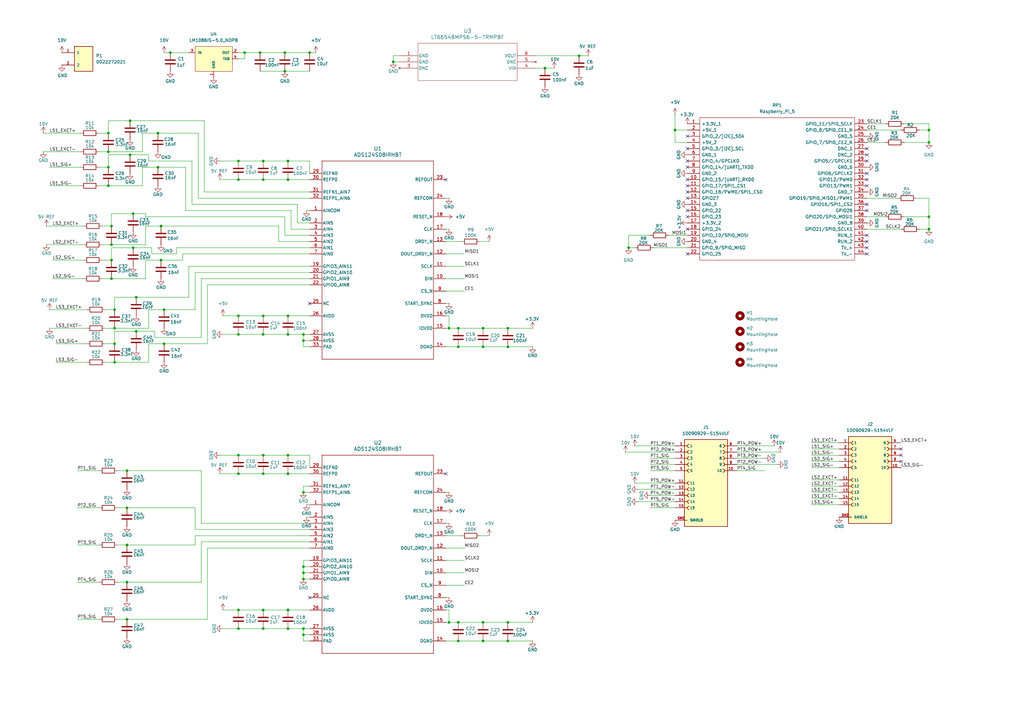
<source format=kicad_sch>
(kicad_sch (version 20231120) (generator "eeschema") (generator_version "8.0")
  (paper "A3")
  (lib_symbols
    (symbol "0022272021:0022272021" (pin_names (offset 1.016))
      (property "Reference" "P" (at 0 5.086 0))
      (property "Value" "0022272021" (at 0 -7.624 0))
      (symbol "0022272021_0_0"
        (pin passive line (at -5.08 2.54 0) (length 5.08) (name "1") (number "1"))
        (pin passive line (at -5.08 -2.54 0) (length 5.08) (name "2") (number "2"))
      )
    )
    (symbol "10090929-S154VLF:10090929-S154VLF" (pin_names (offset 1.016))
      (property "Reference" "J" (at -7.62 18.542 0))
      (property "Value" "10090929-S154VLF" (at -7.62 -20.32 0))
      (symbol "10090929-S154VLF_0_0"
        (pin passive line (at -12.7 15.24 0) (length 5.08) (name "1") (number "1"))
        (pin passive line (at 12.7 5.08 180) (length 5.08) (name "10") (number "10"))
        (pin passive line (at -12.7 0 0) (length 5.08) (name "11") (number "11"))
        (pin passive line (at -12.7 -2.54 0) (length 5.08) (name "12") (number "12"))
        (pin passive line (at -12.7 -5.08 0) (length 5.08) (name "13") (number "13"))
        (pin passive line (at -12.7 -7.62 0) (length 5.08) (name "14") (number "14"))
        (pin passive line (at -12.7 -10.16 0) (length 5.08) (name "15") (number "15"))
        (pin passive line (at -12.7 12.7 0) (length 5.08) (name "2") (number "2"))
        (pin passive line (at -12.7 10.16 0) (length 5.08) (name "3") (number "3"))
        (pin passive line (at -12.7 7.62 0) (length 5.08) (name "4") (number "4"))
        (pin passive line (at -12.7 5.08 0) (length 5.08) (name "5") (number "5"))
        (pin passive line (at 12.7 15.24 180) (length 5.08) (name "6") (number "6"))
        (pin passive line (at 12.7 12.7 180) (length 5.08) (name "7") (number "7"))
        (pin passive line (at 12.7 10.16 180) (length 5.08) (name "8") (number "8"))
        (pin passive line (at 12.7 7.62 180) (length 5.08) (name "9") (number "9"))
        (pin passive line (at -12.7 -15.24 0) (length 5.08) (name "SHIELD") (number "SH1"))
        (pin passive line (at -12.7 -15.24 0) (length 5.08) (name "SHIELD") (number "SH2"))
      )
    )
    (symbol "2025-01-23_19-14-23:LT6654BMPS6-5-TRMPBF" (pin_names (offset 0.254))
      (property "Reference" "U" (at 27.94 10.16 0))
      (property "Value" "LT6654BMPS6-5-TRMPBF" (at 27.94 7.62 0))
      (symbol "LT6654BMPS6-5-TRMPBF_0_1"
        (pin power_in line (at 0 0 0) (length 7.62) (name "GND") (number "1"))
        (pin power_in line (at 0 -2.54 0) (length 7.62) (name "GND") (number "2"))
        (pin no_connect line (at 0 -5.08 0) (length 7.62) (name "DNC") (number "3"))
        (pin input line (at 55.88 -5.08 180) (length 7.62) (name "VIN") (number "4"))
        (pin no_connect line (at 55.88 -2.54 180) (length 7.62) (name "DNC") (number "5"))
        (pin output line (at 55.88 0 180) (length 7.62) (name "VOUT") (number "6"))
      )
    )
    (symbol "2025-01-27_01-32-37:ADS124S08IRHBT" (pin_names (offset 0.254))
      (property "Reference" "U" (at 0 2.54 0))
      (property "Value" "ADS124S08IRHBT" (at 0 0 0))
      (symbol "ADS124S08IRHBT_0_1"
        (pin input line (at -27.94 20.32 0) (length 5.08) (name "AINCOM") (number "1"))
        (pin input line (at 27.94 -7.62 180) (length 5.08) (name "DIN") (number "10"))
        (pin input line (at 27.94 -2.54 180) (length 5.08) (name "SCLK") (number "11"))
        (pin output line (at 27.94 2.54 180) (length 5.08) (name "DOUT_DRDY_N") (number "12"))
        (pin output line (at 27.94 7.62 180) (length 5.08) (name "DRDY_N") (number "13"))
        (pin power_in line (at 27.94 -35.56 180) (length 5.08) (name "DGND") (number "14"))
        (pin power_in line (at 27.94 -27.94 180) (length 5.08) (name "IOVDD") (number "15"))
        (pin power_in line (at 27.94 -22.86 180) (length 5.08) (name "DVDD") (number "16"))
        (pin input line (at 27.94 12.7 180) (length 5.08) (name "CLK") (number "17"))
        (pin input line (at 27.94 17.78 180) (length 5.08) (name "RESET_N") (number "18"))
        (pin bidirectional line (at -27.94 -2.54 0) (length 5.08) (name "GPIO3_AIN11") (number "19"))
        (pin input line (at -27.94 15.24 0) (length 5.08) (name "AIN5") (number "2"))
        (pin bidirectional line (at -27.94 -5.08 0) (length 5.08) (name "GPIO2_AIN10") (number "20"))
        (pin bidirectional line (at -27.94 -7.62 0) (length 5.08) (name "GPIO1_AIN9") (number "21"))
        (pin bidirectional line (at -27.94 -10.16 0) (length 5.08) (name "GPIO0_AIN8") (number "22"))
        (pin power_in line (at 27.94 33.02 180) (length 5.08) (name "REFOUT") (number "23"))
        (pin power_in line (at 27.94 25.4 180) (length 5.08) (name "REFCOM") (number "24"))
        (pin unspecified line (at -27.94 -17.78 0) (length 5.08) (name "NC") (number "25"))
        (pin power_in line (at -27.94 -22.86 0) (length 5.08) (name "AVDD") (number "26"))
        (pin power_in line (at -27.94 -30.48 0) (length 5.08) (name "AVSS") (number "27"))
        (pin power_in line (at -27.94 -33.02 0) (length 5.08) (name "AVSS") (number "28"))
        (pin input line (at -27.94 35.56 0) (length 5.08) (name "REFN0") (number "29"))
        (pin input line (at -27.94 12.7 0) (length 5.08) (name "AIN4") (number "3"))
        (pin input line (at -27.94 33.02 0) (length 5.08) (name "REFP0") (number "30"))
        (pin input line (at -27.94 27.94 0) (length 5.08) (name "REFN1_AIN7") (number "31"))
        (pin input line (at -27.94 25.4 0) (length 5.08) (name "REFP1_AIN6") (number "32"))
        (pin power_in line (at -27.94 -35.56 0) (length 5.08) (name "PAD") (number "33"))
        (pin input line (at -27.94 10.16 0) (length 5.08) (name "AIN3") (number "4"))
        (pin input line (at -27.94 7.62 0) (length 5.08) (name "AIN2") (number "5"))
        (pin input line (at -27.94 5.08 0) (length 5.08) (name "AIN1") (number "6"))
        (pin input line (at -27.94 2.54 0) (length 5.08) (name "AIN0") (number "7"))
        (pin input line (at 27.94 -17.78 180) (length 5.08) (name "START_SYNC") (number "8"))
        (pin input line (at 27.94 -12.7 180) (length 5.08) (name "CS_N") (number "9"))
      )
    )
    (symbol "Device:C" (pin_numbers hide) (pin_names (offset 0.254))
      (property "Reference" "C" (at 0.635 2.54 0))
      (property "Value" "C" (at 0.635 -2.54 0))
      (symbol "C_1_1"
        (pin passive line (at 0 3.81 270) (length 2.794) (name "~") (number "1"))
        (pin passive line (at 0 -3.81 90) (length 2.794) (name "~") (number "2"))
      )
    )
    (symbol "Device:R" (pin_numbers hide) (pin_names (offset 0))
      (property "Reference" "R" (at 2.032 0 90))
      (property "Value" "R" (at 0 0 90))
      (symbol "R_1_1"
        (pin passive line (at 0 3.81 270) (length 1.27) (name "~") (number "1"))
        (pin passive line (at 0 -3.81 90) (length 1.27) (name "~") (number "2"))
      )
    )
    (symbol "Mechanical:MountingHole" (pin_names (offset 1.016)) (exclude_from_sim yes) (in_bom no)
      (property "Reference" "H" (at 0 5.08 0))
      (property "Value" "MountingHole" (at 0 3.175 0))
    )
    (symbol "Raspberry_Pi_2_or_3:Raspberry_Pi_2_3" (pin_names (offset 0.762))
      (property "Reference" "RP" (at 30.48 27.94 0))
      (property "Value" "Raspberry_Pi_2_3" (at 30.48 25.4 0))
      (symbol "Raspberry_Pi_2_3_0_0"
        (pin bidirectional line (at 0 0 0) (length 5.08) (name "+3.3V_1") (number "1"))
        (pin bidirectional line (at 0 -22.86 0) (length 5.08) (name "GPIO_15/[UART]_RXD0") (number "10"))
        (pin bidirectional line (at 0 -25.4 0) (length 5.08) (name "GPIO_17/SPI1_CS1") (number "11"))
        (pin bidirectional line (at 0 -27.94 0) (length 5.08) (name "GPIO_18/PWM0/SPI1_CS0") (number "12"))
        (pin bidirectional line (at 0 -30.48 0) (length 5.08) (name "GPIO27") (number "13"))
        (pin bidirectional line (at 0 -33.02 0) (length 5.08) (name "GND_3") (number "14"))
        (pin bidirectional line (at 0 -35.56 0) (length 5.08) (name "GPIO_22") (number "15"))
        (pin bidirectional line (at 0 -38.1 0) (length 5.08) (name "GPIO_23") (number "16"))
        (pin bidirectional line (at 0 -40.64 0) (length 5.08) (name "+3.3V_2") (number "17"))
        (pin bidirectional line (at 0 -43.18 0) (length 5.08) (name "GPIO_24") (number "18"))
        (pin bidirectional line (at 0 -45.72 0) (length 5.08) (name "GPIO_10/SPI0_MOSI") (number "19"))
        (pin bidirectional line (at 0 -2.54 0) (length 5.08) (name "+5V_1") (number "2"))
        (pin bidirectional line (at 0 -48.26 0) (length 5.08) (name "GND_4") (number "20"))
        (pin bidirectional line (at 0 -50.8 0) (length 5.08) (name "GPIO_9/SPI0_MISO") (number "21"))
        (pin bidirectional line (at 0 -53.34 0) (length 5.08) (name "GPIO_25") (number "22"))
        (pin bidirectional line (at 73.66 0 180) (length 5.08) (name "GPIO_11/SPI0_SCLK") (number "23"))
        (pin bidirectional line (at 73.66 -2.54 180) (length 5.08) (name "GPIO_8/SPI0_CE1_N") (number "24"))
        (pin bidirectional line (at 73.66 -5.08 180) (length 5.08) (name "GND_5") (number "25"))
        (pin bidirectional line (at 73.66 -7.62 180) (length 5.08) (name "GPIO_7/SPI0_CE2_N") (number "26"))
        (pin bidirectional line (at 73.66 -10.16 180) (length 5.08) (name "DNC_1") (number "27"))
        (pin bidirectional line (at 73.66 -12.7 180) (length 5.08) (name "DNC_2") (number "28"))
        (pin bidirectional line (at 73.66 -15.24 180) (length 5.08) (name "GPIO5//GPCLK1") (number "29"))
        (pin bidirectional line (at 0 -5.08 0) (length 5.08) (name "GPIO_2/[I2C]_SDA") (number "3"))
        (pin bidirectional line (at 73.66 -17.78 180) (length 5.08) (name "GND_6") (number "30"))
        (pin bidirectional line (at 73.66 -20.32 180) (length 5.08) (name "GPIO6/GPCLK2") (number "31"))
        (pin bidirectional line (at 73.66 -22.86 180) (length 5.08) (name "GPIO12/PWM0") (number "32"))
        (pin bidirectional line (at 73.66 -25.4 180) (length 5.08) (name "GPIO13/PWM1") (number "33"))
        (pin bidirectional line (at 73.66 -27.94 180) (length 5.08) (name "GND_7") (number "34"))
        (pin bidirectional line (at 73.66 -30.48 180) (length 5.08) (name "GPIO19/SPI0_MISO1/PWM1") (number "35"))
        (pin bidirectional line (at 73.66 -33.02 180) (length 5.08) (name "GPIO16/SPI1_CS2") (number "36"))
        (pin bidirectional line (at 73.66 -35.56 180) (length 5.08) (name "GPIO26") (number "37"))
        (pin bidirectional line (at 73.66 -38.1 180) (length 5.08) (name "GPIO20/SPI0_MOSI1") (number "38"))
        (pin bidirectional line (at 73.66 -40.64 180) (length 5.08) (name "GND_8") (number "39"))
        (pin bidirectional line (at 0 -7.62 0) (length 5.08) (name "+5V_2") (number "4"))
        (pin bidirectional line (at 73.66 -43.18 180) (length 5.08) (name "GPIO21/SPI0_SCLK1") (number "40"))
        (pin bidirectional line (at 73.66 -45.72 180) (length 5.08) (name "RUN_1") (number "41"))
        (pin bidirectional line (at 73.66 -48.26 180) (length 5.08) (name "RUN_2") (number "42"))
        (pin bidirectional line (at 73.66 -50.8 180) (length 5.08) (name "TV_+") (number "43"))
        (pin bidirectional line (at 73.66 -53.34 180) (length 5.08) (name "TV_-") (number "44"))
        (pin bidirectional line (at 0 -10.16 0) (length 5.08) (name "GPIO_3/[I2C]_SCL") (number "5"))
        (pin bidirectional line (at 0 -12.7 0) (length 5.08) (name "GND_1") (number "6"))
        (pin bidirectional line (at 0 -15.24 0) (length 5.08) (name "GPIO_4/GPCLK0") (number "7"))
        (pin bidirectional line (at 0 -17.78 0) (length 5.08) (name "GPIO_14/[UART]_TXD0") (number "8"))
        (pin bidirectional line (at 0 -20.32 0) (length 5.08) (name "GND_2") (number "9"))
      )
    )
    (symbol "eec:LM1086IS-5.0_NOPB" (pin_names (offset 1.016))
      (property "Reference" "U" (at 0 5.08 0))
      (property "Value" "LM1086IS-5.0_NOPB" (at 0 7.62 0))
      (symbol "LM1086IS-5.0_NOPB_1_1"
        (pin power_in line (at 12.7 -10.16 90) (length 2.54) (name "GND") (number "1"))
        (pin power_in line (at 22.86 0 180) (length 2.54) (name "OUT") (number "2"))
        (pin power_in line (at 2.54 0 0) (length 2.54) (name "IN") (number "3"))
        (pin power_in line (at 22.86 -2.54 180) (length 2.54) (name "TAB") (number "4"))
      )
    )
    (symbol "power:+3.3V" (power) (pin_numbers hide) (pin_names (offset 0) hide)
      (property "Value" "+3.3V" (at 0 3.556 0))
      (symbol "+3.3V_1_1"
        (pin power_in line (at 0 0 90) (length 0) (name "~") (number "1"))
      )
    )
    (symbol "power:+5V" (power) (pin_numbers hide) (pin_names (offset 0) hide)
      (property "Value" "+5V" (at 0 3.556 0))
      (symbol "+5V_1_1"
        (pin power_in line (at 0 0 90) (length 0) (name "~") (number "1"))
      )
    )
    (symbol "power:+9V" (power) (pin_numbers hide) (pin_names (offset 0) hide)
      (property "Value" "+9V" (at 0 3.556 0))
      (symbol "+9V_1_1"
        (pin power_in line (at 0 0 90) (length 0) (name "~") (number "1"))
      )
    )
    (symbol "power:GND" (power) (pin_numbers hide) (pin_names (offset 0) hide)
      (property "Value" "GND" (at 0 -3.81 0))
      (symbol "GND_1_1"
        (pin power_in line (at 0 0 270) (length 0) (name "~") (number "1"))
      )
    )
  )
  (junction (at 52.07 254))
  (junction (at 97.79 186.69))
  (junction (at 118.11 129.54))
  (junction (at 64.77 68.58))
  (junction (at 52.07 208.28))
  (junction (at 118.11 137.16))
  (junction (at 124.46 137.16))
  (junction (at 118.11 257.81))
  (junction (at 381 93.98))
  (junction (at 118.11 250.19))
  (junction (at 124.46 139.7))
  (junction (at 276.86 53.34))
  (junction (at 97.79 257.81))
  (junction (at 52.07 223.52))
  (junction (at 187.96 255.27))
  (junction (at 184.15 134.62))
  (junction (at 198.12 262.89))
  (junction (at 107.95 257.81))
  (junction (at 187.96 134.62))
  (junction (at 198.12 142.24))
  (junction (at 97.79 66.04))
  (junction (at 45.72 100.33))
  (junction (at 116.84 29.21))
  (junction (at 208.28 255.27))
  (junction (at 124.46 237.49))
  (junction (at 64.77 54.61))
  (junction (at 107.95 66.04))
  (junction (at 97.79 137.16))
  (junction (at 46.99 148.59))
  (junction (at 124.46 201.93))
  (junction (at 257.81 101.6))
  (junction (at 66.04 106.68))
  (junction (at 107.95 250.19))
  (junction (at 67.31 140.97))
  (junction (at 106.68 21.59))
  (junction (at 187.96 262.89))
  (junction (at 124.46 260.35))
  (junction (at 381 88.9))
  (junction (at 107.95 73.66))
  (junction (at 124.46 257.81))
  (junction (at 46.99 134.62))
  (junction (at 55.88 135.89))
  (junction (at 107.95 137.16))
  (junction (at 54.61 87.63))
  (junction (at 46.99 127))
  (junction (at 44.45 62.23))
  (junction (at 118.11 194.31))
  (junction (at 208.28 142.24))
  (junction (at 381 58.42))
  (junction (at 116.84 21.59))
  (junction (at 118.11 73.66))
  (junction (at 45.72 114.3))
  (junction (at 52.07 193.04))
  (junction (at 46.99 140.97))
  (junction (at 52.07 238.76))
  (junction (at 118.11 66.04))
  (junction (at 237.49 22.86))
  (junction (at 198.12 255.27))
  (junction (at 45.72 92.71))
  (junction (at 208.28 134.62))
  (junction (at 69.85 21.59))
  (junction (at 44.45 54.61))
  (junction (at 100.33 21.59))
  (junction (at 67.31 127))
  (junction (at 127 21.59))
  (junction (at 54.61 101.6))
  (junction (at 44.45 68.58))
  (junction (at 53.34 49.53))
  (junction (at 66.04 92.71))
  (junction (at 55.88 121.92))
  (junction (at 97.79 73.66))
  (junction (at 124.46 234.95))
  (junction (at 381 53.34))
  (junction (at 118.11 186.69))
  (junction (at 45.72 106.68))
  (junction (at 97.79 194.31))
  (junction (at 124.46 232.41))
  (junction (at 208.28 262.89))
  (junction (at 184.15 255.27))
  (junction (at 223.52 27.94))
  (junction (at 53.34 63.5))
  (junction (at 161.29 25.4))
  (junction (at 97.79 250.19))
  (junction (at 97.79 129.54))
  (junction (at 198.12 134.62))
  (junction (at 107.95 186.69))
  (junction (at 107.95 194.31))
  (junction (at 187.96 142.24))
  (junction (at 107.95 129.54))
  (junction (at 44.45 76.2))
  (no_connect (at 369.57 186.69))
  (no_connect (at 281.94 66.04))
  (no_connect (at 281.94 104.14))
  (no_connect (at 355.6 96.52))
  (no_connect (at 355.6 73.66))
  (no_connect (at 355.6 66.04))
  (no_connect (at 281.94 76.2))
  (no_connect (at 355.6 76.2))
  (no_connect (at 281.94 68.58))
  (no_connect (at 281.94 60.96))
  (no_connect (at 369.57 189.23))
  (no_connect (at 281.94 55.88))
  (no_connect (at 182.88 194.31))
  (no_connect (at 355.6 63.5))
  (no_connect (at 281.94 81.28))
  (no_connect (at 355.6 83.82))
  (no_connect (at 355.6 86.36))
  (no_connect (at 281.94 88.9))
  (no_connect (at 182.88 73.66))
  (no_connect (at 355.6 101.6))
  (no_connect (at 281.94 78.74))
  (no_connect (at 127 124.46))
  (no_connect (at 355.6 99.06))
  (no_connect (at 355.6 104.14))
  (no_connect (at 281.94 73.66))
  (no_connect (at 281.94 86.36))
  (no_connect (at 369.57 184.15))
  (no_connect (at 355.6 60.96))
  (no_connect (at 127 245.11))
  (no_connect (at 281.94 93.98))
  (no_connect (at 355.6 71.12))
  (wire (pts (xy 81.28 81.28) (xy 127 81.28)))
  (wire (pts (xy 55.88 121.92) (xy 46.99 121.92)))
  (wire (pts (xy 260.35 182.88) (xy 276.86 182.88)))
  (wire (pts (xy 58.42 54.61) (xy 58.42 62.23)))
  (wire (pts (xy 121.92 91.44) (xy 127 91.44)))
  (wire (pts (xy 60.96 127) (xy 60.96 134.62)))
  (wire (pts (xy 100.33 21.59) (xy 106.68 21.59)))
  (wire (pts (xy 116.84 96.52) (xy 127 96.52)))
  (wire (pts (xy 184.15 250.19) (xy 184.15 255.27)))
  (wire (pts (xy 41.91 106.68) (xy 45.72 106.68)))
  (wire (pts (xy 55.88 135.89) (xy 46.99 135.89)))
  (wire (pts (xy 107.95 194.31) (xy 118.11 194.31)))
  (wire (pts (xy 60.96 66.04) (xy 78.74 66.04)))
  (wire (pts (xy 46.99 135.89) (xy 46.99 140.97)))
  (wire (pts (xy 124.46 137.16) (xy 127 137.16)))
  (wire (pts (xy 377.19 93.98) (xy 381 93.98)))
  (wire (pts (xy 125.73 212.09) (xy 127 212.09)))
  (wire (pts (xy 59.69 100.33) (xy 45.72 100.33)))
  (wire (pts (xy 97.79 194.31) (xy 107.95 194.31)))
  (wire (pts (xy 97.79 21.59) (xy 100.33 21.59)))
  (wire (pts (xy 118.11 137.16) (xy 124.46 137.16)))
  (wire (pts (xy 381 81.28) (xy 381 88.9)))
  (wire (pts (xy 190.5 234.95) (xy 182.88 234.95)))
  (wire (pts (xy 182.88 262.89) (xy 187.96 262.89)))
  (wire (pts (xy 45.72 87.63) (xy 54.61 87.63)))
  (wire (pts (xy 302.26 185.42) (xy 320.04 185.42)))
  (wire (pts (xy 52.07 193.04) (xy 82.55 193.04)))
  (wire (pts (xy 370.84 58.42) (xy 381 58.42)))
  (wire (pts (xy 97.79 129.54) (xy 107.95 129.54)))
  (wire (pts (xy 67.31 127) (xy 60.96 127)))
  (wire (pts (xy 190.5 114.3) (xy 182.88 114.3)))
  (wire (pts (xy 60.96 140.97) (xy 60.96 148.59)))
  (wire (pts (xy 187.96 262.89) (xy 198.12 262.89)))
  (wire (pts (xy 124.46 232.41) (xy 127 232.41)))
  (wire (pts (xy 190.5 109.22) (xy 182.88 109.22)))
  (wire (pts (xy 85.09 224.79) (xy 127 224.79)))
  (wire (pts (xy 41.91 100.33) (xy 45.72 100.33)))
  (wire (pts (xy 54.61 87.63) (xy 59.69 87.63)))
  (wire (pts (xy 332.74 191.77) (xy 344.17 191.77)))
  (wire (pts (xy 355.6 58.42) (xy 363.22 58.42)))
  (wire (pts (xy 182.88 129.54) (xy 184.15 129.54)))
  (wire (pts (xy 114.3 92.71) (xy 114.3 99.06)))
  (wire (pts (xy 82.55 114.3) (xy 127 114.3)))
  (wire (pts (xy 182.88 134.62) (xy 184.15 134.62)))
  (wire (pts (xy 355.6 93.98) (xy 369.57 93.98)))
  (wire (pts (xy 118.11 250.19) (xy 127 250.19)))
  (wire (pts (xy 237.49 22.86) (xy 241.3 22.86)))
  (wire (pts (xy 107.95 73.66) (xy 118.11 73.66)))
  (wire (pts (xy 41.91 114.3) (xy 45.72 114.3)))
  (wire (pts (xy 80.01 223.52) (xy 80.01 219.71)))
  (wire (pts (xy 45.72 101.6) (xy 45.72 106.68)))
  (wire (pts (xy 19.05 92.71) (xy 34.29 92.71)))
  (wire (pts (xy 58.42 68.58) (xy 58.42 76.2)))
  (wire (pts (xy 198.12 142.24) (xy 208.28 142.24)))
  (wire (pts (xy 91.44 137.16) (xy 97.79 137.16)))
  (wire (pts (xy 62.23 101.6) (xy 62.23 104.14)))
  (wire (pts (xy 219.71 22.86) (xy 237.49 22.86)))
  (wire (pts (xy 74.93 106.68) (xy 74.93 104.14)))
  (wire (pts (xy 182.88 81.28) (xy 184.15 81.28)))
  (wire (pts (xy 76.2 68.58) (xy 76.2 86.36)))
  (wire (pts (xy 257.81 96.52) (xy 257.81 101.6)))
  (wire (pts (xy 52.07 238.76) (xy 82.55 238.76)))
  (wire (pts (xy 332.74 181.61) (xy 344.17 181.61)))
  (wire (pts (xy 127 71.12) (xy 127 66.04)))
  (wire (pts (xy 127 21.59) (xy 129.54 21.59)))
  (wire (pts (xy 53.34 63.5) (xy 44.45 63.5)))
  (wire (pts (xy 100.33 24.13) (xy 100.33 21.59)))
  (wire (pts (xy 106.68 29.21) (xy 116.84 29.21)))
  (wire (pts (xy 48.26 193.04) (xy 52.07 193.04)))
  (wire (pts (xy 163.83 25.4) (xy 161.29 25.4)))
  (wire (pts (xy 59.69 114.3) (xy 45.72 114.3)))
  (wire (pts (xy 274.32 96.52) (xy 281.94 96.52)))
  (wire (pts (xy 22.86 140.97) (xy 35.56 140.97)))
  (wire (pts (xy 21.59 114.3) (xy 34.29 114.3)))
  (wire (pts (xy 124.46 262.89) (xy 124.46 260.35)))
  (wire (pts (xy 266.7 187.96) (xy 276.86 187.96)))
  (wire (pts (xy 22.86 148.59) (xy 35.56 148.59)))
  (wire (pts (xy 118.11 257.81) (xy 124.46 257.81)))
  (wire (pts (xy 196.85 219.71) (xy 200.66 219.71)))
  (wire (pts (xy 78.74 66.04) (xy 78.74 83.82)))
  (wire (pts (xy 64.77 54.61) (xy 58.42 54.61)))
  (wire (pts (xy 20.32 68.58) (xy 33.02 68.58)))
  (wire (pts (xy 266.7 96.52) (xy 257.81 96.52)))
  (wire (pts (xy 125.73 86.36) (xy 127 86.36)))
  (wire (pts (xy 208.28 142.24) (xy 218.44 142.24)))
  (wire (pts (xy 124.46 201.93) (xy 127 201.93)))
  (wire (pts (xy 20.32 127) (xy 35.56 127)))
  (wire (pts (xy 107.95 137.16) (xy 118.11 137.16)))
  (wire (pts (xy 58.42 62.23) (xy 44.45 62.23)))
  (wire (pts (xy 97.79 137.16) (xy 107.95 137.16)))
  (wire (pts (xy 190.5 119.38) (xy 182.88 119.38)))
  (wire (pts (xy 118.11 129.54) (xy 127 129.54)))
  (wire (pts (xy 31.75 223.52) (xy 40.64 223.52)))
  (wire (pts (xy 17.78 62.23) (xy 33.02 62.23)))
  (wire (pts (xy 64.77 68.58) (xy 76.2 68.58)))
  (wire (pts (xy 184.15 129.54) (xy 184.15 134.62)))
  (wire (pts (xy 257.81 101.6) (xy 260.35 101.6)))
  (wire (pts (xy 85.09 254) (xy 85.09 224.79)))
  (wire (pts (xy 332.74 196.85) (xy 344.17 196.85)))
  (wire (pts (xy 219.71 27.94) (xy 223.52 27.94)))
  (wire (pts (xy 125.73 207.01) (xy 127 207.01)))
  (wire (pts (xy 20.32 134.62) (xy 35.56 134.62)))
  (wire (pts (xy 55.88 121.92) (xy 77.47 121.92)))
  (wire (pts (xy 107.95 129.54) (xy 118.11 129.54)))
  (wire (pts (xy 40.64 76.2) (xy 44.45 76.2)))
  (wire (pts (xy 40.64 62.23) (xy 44.45 62.23)))
  (wire (pts (xy 77.47 121.92) (xy 77.47 109.22)))
  (wire (pts (xy 80.01 127) (xy 80.01 111.76)))
  (wire (pts (xy 44.45 63.5) (xy 44.45 68.58)))
  (wire (pts (xy 43.18 127) (xy 46.99 127)))
  (wire (pts (xy 124.46 199.39) (xy 127 199.39)))
  (wire (pts (xy 74.93 104.14) (xy 127 104.14)))
  (wire (pts (xy 66.04 106.68) (xy 74.93 106.68)))
  (wire (pts (xy 85.09 140.97) (xy 85.09 116.84)))
  (wire (pts (xy 31.75 238.76) (xy 40.64 238.76)))
  (wire (pts (xy 332.74 207.01) (xy 344.17 207.01)))
  (wire (pts (xy 80.01 111.76) (xy 127 111.76)))
  (wire (pts (xy 85.09 116.84) (xy 127 116.84)))
  (wire (pts (xy 370.84 50.8) (xy 381 50.8)))
  (wire (pts (xy 355.6 53.34) (xy 369.57 53.34)))
  (wire (pts (xy 124.46 229.87) (xy 127 229.87)))
  (wire (pts (xy 97.79 24.13) (xy 100.33 24.13)))
  (wire (pts (xy 90.17 73.66) (xy 97.79 73.66)))
  (wire (pts (xy 223.52 27.94) (xy 227.33 27.94)))
  (wire (pts (xy 260.35 198.12) (xy 276.86 198.12)))
  (wire (pts (xy 127 186.69) (xy 127 191.77)))
  (wire (pts (xy 116.84 21.59) (xy 127 21.59)))
  (wire (pts (xy 266.7 203.2) (xy 276.86 203.2)))
  (wire (pts (xy 332.74 204.47) (xy 344.17 204.47)))
  (wire (pts (xy 107.95 66.04) (xy 118.11 66.04)))
  (wire (pts (xy 119.38 86.36) (xy 119.38 93.98)))
  (wire (pts (xy 83.82 78.74) (xy 127 78.74)))
  (wire (pts (xy 107.95 186.69) (xy 118.11 186.69)))
  (wire (pts (xy 48.26 208.28) (xy 52.07 208.28)))
  (wire (pts (xy 63.5 135.89) (xy 63.5 138.43)))
  (wire (pts (xy 208.28 255.27) (xy 218.44 255.27)))
  (wire (pts (xy 48.26 238.76) (xy 52.07 238.76)))
  (wire (pts (xy 198.12 134.62) (xy 208.28 134.62)))
  (wire (pts (xy 58.42 76.2) (xy 44.45 76.2)))
  (wire (pts (xy 69.85 21.59) (xy 77.47 21.59)))
  (wire (pts (xy 45.72 87.63) (xy 45.72 92.71)))
  (wire (pts (xy 370.84 88.9) (xy 381 88.9)))
  (wire (pts (xy 63.5 138.43) (xy 82.55 138.43)))
  (wire (pts (xy 190.5 224.79) (xy 182.88 224.79)))
  (wire (pts (xy 266.7 208.28) (xy 276.86 208.28)))
  (wire (pts (xy 60.96 148.59) (xy 46.99 148.59)))
  (wire (pts (xy 48.26 223.52) (xy 52.07 223.52)))
  (wire (pts (xy 77.47 109.22) (xy 127 109.22)))
  (wire (pts (xy 66.04 92.71) (xy 114.3 92.71)))
  (wire (pts (xy 332.74 201.93) (xy 344.17 201.93)))
  (wire (pts (xy 161.29 22.86) (xy 163.83 22.86)))
  (wire (pts (xy 184.15 255.27) (xy 187.96 255.27)))
  (wire (pts (xy 381 50.8) (xy 381 53.34)))
  (wire (pts (xy 182.88 99.06) (xy 189.23 99.06)))
  (wire (pts (xy 184.15 214.63) (xy 182.88 214.63)))
  (wire (pts (xy 332.74 184.15) (xy 344.17 184.15)))
  (wire (pts (xy 182.88 219.71) (xy 189.23 219.71)))
  (wire (pts (xy 124.46 232.41) (xy 124.46 229.87)))
  (wire (pts (xy 17.78 54.61) (xy 33.02 54.61)))
  (wire (pts (xy 276.86 58.42) (xy 281.94 58.42)))
  (wire (pts (xy 90.17 66.04) (xy 97.79 66.04)))
  (wire (pts (xy 72.39 101.6) (xy 127 101.6)))
  (wire (pts (xy 184.15 124.46) (xy 182.88 124.46)))
  (wire (pts (xy 187.96 142.24) (xy 198.12 142.24)))
  (wire (pts (xy 302.26 190.5) (xy 318.77 190.5)))
  (wire (pts (xy 190.5 229.87) (xy 182.88 229.87)))
  (wire (pts (xy 78.74 83.82) (xy 121.92 83.82)))
  (wire (pts (xy 53.34 49.53) (xy 83.82 49.53)))
  (wire (pts (xy 43.18 134.62) (xy 46.99 134.62)))
  (wire (pts (xy 64.77 68.58) (xy 58.42 68.58)))
  (wire (pts (xy 182.88 255.27) (xy 184.15 255.27)))
  (wire (pts (xy 355.6 88.9) (xy 363.22 88.9)))
  (wire (pts (xy 72.39 104.14) (xy 72.39 101.6)))
  (wire (pts (xy 184.15 245.11) (xy 182.88 245.11)))
  (wire (pts (xy 127 142.24) (xy 124.46 142.24)))
  (wire (pts (xy 208.28 262.89) (xy 218.44 262.89)))
  (wire (pts (xy 52.07 208.28) (xy 80.01 208.28)))
  (wire (pts (xy 184.15 134.62) (xy 187.96 134.62)))
  (wire (pts (xy 81.28 54.61) (xy 81.28 81.28)))
  (wire (pts (xy 116.84 88.9) (xy 116.84 96.52)))
  (wire (pts (xy 127 262.89) (xy 124.46 262.89)))
  (wire (pts (xy 332.74 189.23) (xy 344.17 189.23)))
  (wire (pts (xy 182.88 250.19) (xy 184.15 250.19)))
  (wire (pts (xy 53.34 63.5) (xy 60.96 63.5)))
  (wire (pts (xy 91.44 129.54) (xy 97.79 129.54)))
  (wire (pts (xy 67.31 127) (xy 80.01 127)))
  (wire (pts (xy 80.01 217.17) (xy 127 217.17)))
  (wire (pts (xy 261.62 205.74) (xy 276.86 205.74)))
  (wire (pts (xy 182.88 201.93) (xy 184.15 201.93)))
  (wire (pts (xy 116.84 29.21) (xy 127 29.21)))
  (wire (pts (xy 124.46 139.7) (xy 124.46 137.16)))
  (wire (pts (xy 82.55 214.63) (xy 127 214.63)))
  (wire (pts (xy 127 186.69) (xy 118.11 186.69)))
  (wire (pts (xy 124.46 260.35) (xy 127 260.35)))
  (wire (pts (xy 302.26 187.96) (xy 313.69 187.96)))
  (wire (pts (xy 302.26 193.04) (xy 313.69 193.04)))
  (wire (pts (xy 44.45 49.53) (xy 44.45 54.61)))
  (wire (pts (xy 119.38 93.98) (xy 127 93.98)))
  (wire (pts (xy 302.26 182.88) (xy 317.5 182.88)))
  (wire (pts (xy 97.79 250.19) (xy 107.95 250.19)))
  (wire (pts (xy 118.11 194.31) (xy 127 194.31)))
  (wire (pts (xy 187.96 134.62) (xy 198.12 134.62)))
  (wire (pts (xy 80.01 208.28) (xy 80.01 217.17)))
  (wire (pts (xy 190.5 104.14) (xy 182.88 104.14)))
  (wire (pts (xy 276.86 53.34) (xy 276.86 58.42)))
  (wire (pts (xy 198.12 255.27) (xy 208.28 255.27)))
  (wire (pts (xy 46.99 121.92) (xy 46.99 127)))
  (wire (pts (xy 91.44 257.81) (xy 97.79 257.81)))
  (wire (pts (xy 124.46 237.49) (xy 124.46 234.95)))
  (wire (pts (xy 127 66.04) (xy 118.11 66.04)))
  (wire (pts (xy 59.69 92.71) (xy 59.69 100.33)))
  (wire (pts (xy 52.07 254) (xy 85.09 254)))
  (wire (pts (xy 198.12 262.89) (xy 208.28 262.89)))
  (wire (pts (xy 59.69 87.63) (xy 59.69 88.9)))
  (wire (pts (xy 82.55 193.04) (xy 82.55 214.63)))
  (wire (pts (xy 67.31 21.59) (xy 69.85 21.59)))
  (wire (pts (xy 184.15 93.98) (xy 182.88 93.98)))
  (wire (pts (xy 266.7 193.04) (xy 276.86 193.04)))
  (wire (pts (xy 381 88.9) (xy 381 93.98)))
  (wire (pts (xy 355.6 50.8) (xy 363.22 50.8)))
  (wire (pts (xy 66.04 92.71) (xy 59.69 92.71)))
  (wire (pts (xy 161.29 25.4) (xy 161.29 22.86)))
  (wire (pts (xy 377.19 53.34) (xy 381 53.34)))
  (wire (pts (xy 60.96 134.62) (xy 46.99 134.62)))
  (wire (pts (xy 62.23 104.14) (xy 72.39 104.14)))
  (wire (pts (xy 114.3 99.06) (xy 127 99.06)))
  (wire (pts (xy 82.55 238.76) (xy 82.55 222.25)))
  (wire (pts (xy 64.77 54.61) (xy 81.28 54.61)))
  (wire (pts (xy 97.79 73.66) (xy 107.95 73.66)))
  (wire (pts (xy 281.94 53.34) (xy 276.86 53.34)))
  (wire (pts (xy 40.64 68.58) (xy 44.45 68.58)))
  (wire (pts (xy 124.46 260.35) (xy 124.46 257.81)))
  (wire (pts (xy 82.55 138.43) (xy 82.55 114.3)))
  (wire (pts (xy 332.74 186.69) (xy 344.17 186.69)))
  (wire (pts (xy 97.79 66.04) (xy 107.95 66.04)))
  (wire (pts (xy 208.28 134.62) (xy 218.44 134.62)))
  (wire (pts (xy 266.7 190.5) (xy 276.86 190.5)))
  (wire (pts (xy 267.97 101.6) (xy 281.94 101.6)))
  (wire (pts (xy 97.79 186.69) (xy 107.95 186.69)))
  (wire (pts (xy 121.92 83.82) (xy 121.92 91.44)))
  (wire (pts (xy 187.96 255.27) (xy 198.12 255.27)))
  (wire (pts (xy 43.18 140.97) (xy 46.99 140.97)))
  (wire (pts (xy 66.04 106.68) (xy 59.69 106.68)))
  (wire (pts (xy 124.46 234.95) (xy 124.46 232.41)))
  (wire (pts (xy 124.46 257.81) (xy 127 257.81)))
  (wire (pts (xy 381 53.34) (xy 381 58.42)))
  (wire (pts (xy 41.91 92.71) (xy 45.72 92.71)))
  (wire (pts (xy 59.69 88.9) (xy 116.84 88.9)))
  (wire (pts (xy 124.46 237.49) (xy 127 237.49)))
  (wire (pts (xy 276.86 46.99) (xy 276.86 53.34)))
  (wire (pts (xy 80.01 219.71) (xy 127 219.71)))
  (wire (pts (xy 54.61 101.6) (xy 62.23 101.6)))
  (wire (pts (xy 182.88 240.03) (xy 190.5 240.03)))
  (wire (pts (xy 76.2 86.36) (xy 119.38 86.36)))
  (wire (pts (xy 31.75 254) (xy 40.64 254)))
  (wire (pts (xy 53.34 49.53) (xy 44.45 49.53)))
  (wire (pts (xy 196.85 99.06) (xy 200.66 99.06)))
  (wire (pts (xy 48.26 254) (xy 52.07 254)))
  (wire (pts (xy 67.31 140.97) (xy 60.96 140.97)))
  (wire (pts (xy 182.88 142.24) (xy 187.96 142.24)))
  (wire (pts (xy 107.95 250.19) (xy 118.11 250.19)))
  (wire (pts (xy 256.54 185.42) (xy 276.86 185.42)))
  (wire (pts (xy 83.82 49.53) (xy 83.82 78.74)))
  (wire (pts (xy 124.46 234.95) (xy 127 234.95)))
  (wire (pts (xy 20.32 76.2) (xy 33.02 76.2)))
  (wire (pts (xy 31.75 208.28) (xy 40.64 208.28)))
  (wire (pts (xy 55.88 135.89) (xy 63.5 135.89)))
  (wire (pts (xy 82.55 222.25) (xy 127 222.25)))
  (wire (pts (xy 107.95 257.81) (xy 118.11 257.81)))
  (wire (pts (xy 19.05 100.33) (xy 34.29 100.33)))
  (wire (pts (xy 106.68 21.59) (xy 116.84 21.59)))
  (wire (pts (xy 124.46 139.7) (xy 127 139.7)))
  (wire (pts (xy 43.18 148.59) (xy 46.99 148.59)))
  (wire (pts (xy 375.92 81.28) (xy 381 81.28)))
  (wire (pts (xy 90.17 194.31) (xy 97.79 194.31)))
  (wire (pts (xy 91.44 250.19) (xy 97.79 250.19)))
  (wire (pts (xy 261.62 200.66) (xy 276.86 200.66)))
  (wire (pts (xy 355.6 81.28) (xy 368.3 81.28)))
  (wire (pts (xy 97.79 257.81) (xy 107.95 257.81)))
  (wire (pts (xy 60.96 63.5) (xy 60.96 66.04)))
  (wire (pts (xy 124.46 142.24) (xy 124.46 139.7)))
  (wire (pts (xy 21.59 106.68) (xy 34.29 106.68)))
  (wire (pts (xy 31.75 193.04) (xy 40.64 193.04)))
  (wire (pts (xy 52.07 223.52) (xy 80.01 223.52)))
  (wire (pts (xy 90.17 186.69) (xy 97.79 186.69)))
  (wire (pts (xy 67.31 140.97) (xy 85.09 140.97)))
  (wire (pts (xy 124.46 201.93) (xy 124.46 199.39)))
  (wire (pts (xy 59.69 106.68) (xy 59.69 114.3)))
  (wire (pts (xy 40.64 54.61) (xy 44.45 54.61)))
  (wire (pts (xy 332.74 199.39) (xy 344.17 199.39)))
  (wire (pts (xy 118.11 73.66) (xy 127 73.66)))
  (wire (pts (xy 54.61 101.6) (xy 45.72 101.6)))
  (label "LS1_EXCT-" (at 20.32 62.23 0))
  (label "LS3_SIG-" (at 369.57 191.77 0))
  (label "LS1_SIG+" (at 20.32 68.58 0))
  (label "PT4_POW-" (at 266.7 203.2 0))
  (label "PT5_SIG" (at 31.75 254 0))
  (label "LS3_EXCT+" (at 369.57 181.61 0))
  (label "PT1_SIG" (at 266.7 187.96 0))
  (label "CE2" (at 190.5 240.03 0))
  (label "LS1_SIG-" (at 332.74 186.69 0))
  (label "LS3_SIG-" (at 22.86 148.59 0))
  (label "PT2_SIG" (at 31.75 208.28 0))
  (label "LS1_SIG-" (at 20.32 76.2 0))
  (label "SCLK1" (at 355.6 50.8 0))
  (label "PT3_SIG" (at 266.7 193.04 0))
  (label "PT3_POW-" (at 302.26 187.96 0))
  (label "LS2_SIG+" (at 21.59 106.68 0))
  (label "LS3_EXCT+" (at 22.86 127 0))
  (label "PT2_POW+" (at 266.7 185.42 0))
  (label "MISO1" (at 267.97 101.6 0))
  (label "PT1_POW-" (at 266.7 200.66 0))
  (label "MISO2" (at 361.95 81.28 0))
  (label "CE1" (at 190.5 119.38 0))
  (label "MOSI2" (at 358.14 88.9 0))
  (label "LS3_EXCT-" (at 332.74 201.93 0))
  (label "LS1_SIG+" (at 332.74 184.15 0))
  (label "PT3_POW+" (at 302.26 185.42 0))
  (label "MOSI1" (at 190.5 114.3 0))
  (label "LS2_SIG-" (at 332.74 191.77 0))
  (label "PT5_POW+" (at 266.7 198.12 0))
  (label "PT4_SIG" (at 302.26 193.04 0))
  (label "PT2_POW-" (at 302.26 190.5 0))
  (label "MISO1" (at 190.5 104.14 0))
  (label "PT5_SIG" (at 266.7 208.28 0))
  (label "SCLK1" (at 190.5 109.22 0))
  (label "LS3_EXCT-" (at 22.86 134.62 0))
  (label "LS1_EXCT+" (at 332.74 181.61 0))
  (label "LS2_EXCT-" (at 21.59 100.33 0))
  (label "MOSI1" (at 275.59 96.52 0))
  (label "PT3_SIG" (at 31.75 223.52 0))
  (label "PT4_POW+" (at 302.26 182.88 0))
  (label "MISO2" (at 190.5 224.79 0))
  (label "SCLK2" (at 363.22 93.98 0))
  (label "LS3_SIG+" (at 332.74 207.01 0))
  (label "CE1" (at 355.6 53.34 0))
  (label "LS2_EXCT-" (at 332.74 199.39 0))
  (label "LS1_EXCT-" (at 332.74 204.47 0))
  (label "LS2_EXCT+" (at 332.74 196.85 0))
  (label "PT2_SIG" (at 266.7 190.5 0))
  (label "LS3_SIG+" (at 22.86 140.97 0))
  (label "SCLK2" (at 190.5 229.87 0))
  (label "PT4_SIG" (at 31.75 238.76 0))
  (label "MOSI2" (at 190.5 234.95 0))
  (label "LS2_SIG+" (at 332.74 189.23 0))
  (label "CE2" (at 355.6 58.42 0))
  (label "PT1_POW+" (at 266.7 182.88 0))
  (label "PT5_POW-" (at 266.7 205.74 0))
  (label "PT1_SIG" (at 31.75 193.04 0))
  (label "LS1_EXCT+" (at 20.32 54.61 0))
  (label "LS2_EXCT+" (at 21.59 92.71 0))
  (label "LS2_SIG-" (at 21.59 114.3 0))
  (symbol (lib_id "power:+9V") (at 20.32 127 0) (unit 1)
    (property "Reference" "#PWR075" (effects (hide yes)))
    (property "Value" "5V REF" (at 20.32 123.19 0))
    (property "Description" "Power symbol creates a global label with name \"+9V\"" (effects (hide yes)))
  )
  (symbol (lib_id "power:GND") (at 237.49 30.48 0) (unit 1)
    (property "Reference" "#PWR023" (effects (hide yes)))
    (property "Value" "GND" (at 237.49 34.29 0))
    (property "Description" "Power symbol creates a global label with name \"GND\" , ground" (effects (hide yes)))
  )
  (symbol (lib_id "Device:C") (at 44.45 72.39 0) (unit 1)
    (property "Reference" "C26" (at 47.244 71.12 0) (effects (justify left)))
    (property "Value" "3.3nF" (at 46.99 73.152 0) (effects (justify left)))
    (property "Footprint" "footprintsCL10:CAP_CL10_SAM" (effects (hide yes)))
    (property "Description" "Unpolarized capacitor" (effects (hide yes)))
  )
  (symbol (lib_id "Device:C") (at 52.07 257.81 0) (unit 1)
    (property "Reference" "C47" (at 54.864 256.54 0) (effects (justify left)))
    (property "Value" "16nF" (at 54.61 258.064 0) (effects (justify left)))
    (property "Footprint" "GRM3195C2A163JA01D:CAPC3216X95N" (effects (hide yes)))
    (property "Description" "Unpolarized capacitor" (effects (hide yes)))
  )
  (symbol (lib_id "Device:C") (at 118.11 69.85 0) (unit 1)
    (property "Reference" "C7" (at 121.412 69.088 0) (effects (justify left)))
    (property "Value" "100nF" (at 120.142 71.12 0) (effects (justify left)))
    (property "Footprint" "VJ0603Y104JXXAC:CAPC1608X97N" (effects (hide yes)))
    (property "Description" "Unpolarized capacitor" (effects (hide yes)))
  )
  (symbol (lib_id "power:GND") (at 66.04 114.3 0) (unit 1)
    (property "Reference" "#PWR074" (effects (hide yes)))
    (property "Value" "GND" (at 66.04 117.856 0))
    (property "Description" "Power symbol creates a global label with name \"GND\" , ground" (effects (hide yes)))
  )
  (symbol (lib_id "power:+5V") (at 91.44 250.19 0) (unit 1)
    (property "Reference" "#PWR053" (effects (hide yes)))
    (property "Value" "+5V" (at 91.44 245.11 0))
    (property "Description" "Power symbol creates a global label with name \"+5V\"" (effects (hide yes)))
  )
  (symbol (lib_id "power:GND") (at 184.15 214.63 0) (unit 1)
    (property "Reference" "#PWR045" (effects (hide yes)))
    (property "Value" "GND" (at 184.15 218.186 0))
    (property "Description" "Power symbol creates a global label with name \"GND\" , ground" (effects (hide yes)))
  )
  (symbol (lib_id "Device:C") (at 45.72 96.52 0) (unit 1)
    (property "Reference" "C31" (at 48.514 95.504 0) (effects (justify left)))
    (property "Value" "3.3nF" (at 48.006 97.282 0) (effects (justify left)))
    (property "Footprint" "footprintsCL10:CAP_CL10_SAM" (effects (hide yes)))
    (property "Description" "Unpolarized capacitor" (effects (hide yes)))
  )
  (symbol (lib_id "power:GND") (at 261.62 205.74 270) (unit 1)
    (property "Reference" "#PWR030" (effects (hide yes)))
    (property "Value" "GND" (at 258.064 205.74 0))
    (property "Description" "Power symbol creates a global label with name \"GND\" , ground" (effects (hide yes)))
  )
  (symbol (lib_id "power:GND") (at 52.07 246.38 0) (unit 1)
    (property "Reference" "#PWR084" (effects (hide yes)))
    (property "Value" "GND" (at 52.07 249.936 0))
    (property "Description" "Power symbol creates a global label with name \"GND\" , ground" (effects (hide yes)))
  )
  (symbol (lib_id "Device:C") (at 53.34 67.31 0) (unit 1)
    (property "Reference" "C29" (at 56.134 66.04 0) (effects (justify left)))
    (property "Value" "16nF" (at 56.134 67.818 0) (effects (justify left)))
    (property "Footprint" "GRM3195C2A163JA01D:CAPC3216X95N" (effects (hide yes)))
    (property "Description" "Unpolarized capacitor" (effects (hide yes)))
  )
  (symbol (lib_id "power:GND") (at 87.63 31.75 0) (unit 1)
    (property "Reference" "#PWR017" (effects (hide yes)))
    (property "Value" "GND" (at 87.63 35.56 0))
    (property "Description" "Power symbol creates a global label with name \"GND\" , ground" (effects (hide yes)))
  )
  (symbol (lib_id "power:GND") (at 355.6 78.74 90) (unit 1)
    (property "Reference" "#PWR010" (effects (hide yes)))
    (property "Value" "GND" (at 359.664 78.74 0))
    (property "Description" "Power symbol creates a global label with name \"GND\" , ground" (effects (hide yes)))
  )
  (symbol (lib_id "power:GND") (at 125.73 207.01 0) (unit 1)
    (property "Reference" "#PWR042" (effects (hide yes)))
    (property "Value" "GND" (at 125.73 210.566 0))
    (property "Description" "Power symbol creates a global label with name \"GND\" , ground" (effects (hide yes)))
  )
  (symbol (lib_id "Device:R") (at 36.83 62.23 90) (unit 1)
    (property "Reference" "R12" (at 36.83 58.166 90))
    (property "Value" "10k" (at 36.83 59.944 90))
    (property "Footprint" "footprints10kR:RC0603N_YAG-M" (effects (hide yes)))
    (property "Description" "Resistor" (effects (hide yes)))
  )
  (symbol (lib_id "power:GND") (at 55.88 143.51 0) (unit 1)
    (property "Reference" "#PWR078" (effects (hide yes)))
    (property "Value" "GND" (at 55.88 147.066 0))
    (property "Description" "Power symbol creates a global label with name \"GND\" , ground" (effects (hide yes)))
  )
  (symbol (lib_id "Device:C") (at 54.61 105.41 0) (unit 1)
    (property "Reference" "C34" (at 57.404 104.14 0) (effects (justify left)))
    (property "Value" "16nF" (at 57.15 105.664 0) (effects (justify left)))
    (property "Footprint" "GRM3195C2A163JA01D:CAPC3216X95N" (effects (hide yes)))
    (property "Description" "Unpolarized capacitor" (effects (hide yes)))
  )
  (symbol (lib_id "10090929-S154VLF:10090929-S154VLF") (at 356.87 196.85 0) (unit 1)
    (property "Reference" "J2" (at 356.87 173.99 0))
    (property "Value" "10090929-S154VLF" (at 356.87 176.53 0))
    (property "Footprint" "10090929-S154VLF:AMPHENOL_10090929-S154VLF" (effects (hide yes)))
    (property "MF" "Amphenol" (effects (hide yes)))
    (property "MAXIMUM_PACKAGE_HEIGHT" "12.4mm" (effects (hide yes)))
    (property "Package" "None" (effects (hide yes)))
    (property "Price" "None" (effects (hide yes)))
    (property "Check_prices" "https://www.snapeda.com/parts/10090929-S154VLF/Amphenol/view-part/?ref=eda" (effects (hide yes)))
    (property "STANDARD" "Manufacturer Recommendations" (effects (hide yes)))
    (property "PARTREV" "H" (effects (hide yes)))
    (property "SnapEDA_Link" "https://www.snapeda.com/parts/10090929-S154VLF/Amphenol/view-part/?ref=snap" (effects (hide yes)))
    (property "MP" "10090929-S154VLF" (effects (hide yes)))
    (property "Description_1" "\n                        \n                            FCI 10090929 Series,15 Way Through Hole Mount PCB D-sub Conn Socket,2.29mm Pitch | Amphenol FCI (Amphenol CS) 10090929-S154VLF\n                        \n" (effects (hide yes)))
    (property "Availability" "In Stock" (effects (hide yes)))
    (property "MANUFACTURER" "Amphenol" (effects (hide yes)))
  )
  (symbol (lib_id "power:+9V") (at 17.78 54.61 0) (unit 1)
    (property "Reference" "#PWR063" (effects (hide yes)))
    (property "Value" "10V" (at 17.78 50.8 0))
    (property "Description" "Power symbol creates a global label with name \"+9V\"" (effects (hide yes)))
  )
  (symbol (lib_id "Device:C") (at 52.07 196.85 0) (unit 1)
    (property "Reference" "C43" (at 54.864 195.58 0) (effects (justify left)))
    (property "Value" "16nF" (at 54.61 197.104 0) (effects (justify left)))
    (property "Footprint" "GRM3195C2A163JA01D:CAPC3216X95N" (effects (hide yes)))
    (property "Description" "Unpolarized capacitor" (effects (hide yes)))
  )
  (symbol (lib_id "Device:C") (at 198.12 259.08 0) (unit 1)
    (property "Reference" "C23" (at 201.168 258.318 0) (effects (justify left)))
    (property "Value" "1uF" (at 200.66 260.096 0) (effects (justify left)))
    (property "Footprint" "0603YC105JAT2A:CAPC1608X94N" (effects (hide yes)))
    (property "Description" "Unpolarized capacitor" (effects (hide yes)))
  )
  (symbol (lib_id "Device:C") (at 118.11 133.35 0) (unit 1)
    (property "Reference" "C15" (at 121.412 132.588 0) (effects (justify left)))
    (property "Value" "100nF" (at 120.142 134.62 0) (effects (justify left)))
    (property "Footprint" "VJ0603Y104JXXAC:CAPC1608X97N" (effects (hide yes)))
    (property "Description" "Unpolarized capacitor" (effects (hide yes)))
  )
  (symbol (lib_id "Device:C") (at 52.07 212.09 0) (unit 1)
    (property "Reference" "C44" (at 54.864 210.82 0) (effects (justify left)))
    (property "Value" "16nF" (at 54.61 212.344 0) (effects (justify left)))
    (property "Footprint" "GRM3195C2A163JA01D:CAPC3216X95N" (effects (hide yes)))
    (property "Description" "Unpolarized capacitor" (effects (hide yes)))
  )
  (symbol (lib_id "power:GND") (at 261.62 200.66 270) (unit 1)
    (property "Reference" "#PWR027" (effects (hide yes)))
    (property "Value" "GND" (at 258.064 200.66 0))
    (property "Description" "Power symbol creates a global label with name \"GND\" , ground" (effects (hide yes)))
  )
  (symbol (lib_id "Device:C") (at 208.28 259.08 0) (unit 1)
    (property "Reference" "C24" (at 211.582 258.318 0) (effects (justify left)))
    (property "Value" "100nF" (at 210.312 260.35 0) (effects (justify left)))
    (property "Footprint" "VJ0603Y104JXXAC:CAPC1608X97N" (effects (hide yes)))
    (property "Description" "Unpolarized capacitor" (effects (hide yes)))
  )
  (symbol (lib_id "power:GND") (at 25.4 26.67 0) (unit 1)
    (property "Reference" "#PWR014" (effects (hide yes)))
    (property "Value" "GND" (at 25.654 30.988 0))
    (property "Description" "Power symbol creates a global label with name \"GND\" , ground" (effects (hide yes)))
  )
  (symbol (lib_id "power:GND") (at 184.15 201.93 0) (unit 1)
    (property "Reference" "#PWR044" (effects (hide yes)))
    (property "Value" "GND" (at 184.15 205.486 0))
    (property "Description" "Power symbol creates a global label with name \"GND\" , ground" (effects (hide yes)))
  )
  (symbol (lib_id "Device:C") (at 106.68 25.4 0) (unit 1)
    (property "Reference" "C2" (at 109.982 24.638 0) (effects (justify left)))
    (property "Value" "100nF" (at 108.712 26.67 0) (effects (justify left)))
    (property "Footprint" "VJ0603Y104JXXAC:CAPC1608X97N" (effects (hide yes)))
    (property "Description" "Unpolarized capacitor" (effects (hide yes)))
  )
  (symbol (lib_id "power:+9V") (at 256.54 185.42 0) (unit 1)
    (property "Reference" "#PWR033" (effects (hide yes)))
    (property "Value" "10V" (at 256.54 181.61 0))
    (property "Description" "Power symbol creates a global label with name \"+9V\"" (effects (hide yes)))
  )
  (symbol (lib_id "power:GND") (at 90.17 186.69 270) (unit 1)
    (property "Reference" "#PWR049" (effects (hide yes)))
    (property "Value" "GND" (at 86.614 186.69 0))
    (property "Description" "Power symbol creates a global label with name \"GND\" , ground" (effects (hide yes)))
  )
  (symbol (lib_id "power:GND") (at 20.32 134.62 0) (unit 1)
    (property "Reference" "#PWR076" (effects (hide yes)))
    (property "Value" "GND" (at 20.32 138.176 0))
    (property "Description" "Power symbol creates a global label with name \"GND\" , ground" (effects (hide yes)))
  )
  (symbol (lib_id "0022272021:0022272021") (at 30.48 24.13 0) (unit 1)
    (property "Reference" "P1" (at 39.37 22.8599 0) (effects (justify left)))
    (property "Value" "0022272021" (at 39.37 25.3999 0) (effects (justify left)))
    (property "Footprint" "0022272021:MOLEX_0022272021" (effects (hide yes)))
    (property "MF" "Molex" (effects (hide yes)))
    (property "Description_1" "\n                        \n                            Connector Header Through Hole 2 position 0.100 (2.54mm)\n                        \n" (effects (hide yes)))
    (property "Package" "None" (effects (hide yes)))
    (property "Price" "None" (effects (hide yes)))
    (property "Check_prices" "https://www.snapeda.com/parts/0022272021/Molex/view-part/?ref=eda" (effects (hide yes)))
    (property "SnapEDA_Link" "https://www.snapeda.com/parts/0022272021/Molex/view-part/?ref=snap" (effects (hide yes)))
    (property "MP" "0022272021" (effects (hide yes)))
    (property "Availability" "In Stock" (effects (hide yes)))
    (property "MANUFACTURER" "Molex" (effects (hide yes)))
  )
  (symbol (lib_id "Device:R") (at 270.51 96.52 90) (unit 1)
    (property "Reference" "R7" (at 270.256 92.71 90))
    (property "Value" "20K" (at 270.256 94.488 90))
    (property "Footprint" "CRCW060320K0FKEA:RESC1508X50N" (effects (hide yes)))
    (property "Description" "Resistor" (effects (hide yes)))
  )
  (symbol (lib_id "power:GND") (at 64.77 76.2 0) (unit 1)
    (property "Reference" "#PWR068" (effects (hide yes)))
    (property "Value" "GND" (at 64.77 79.756 0))
    (property "Description" "Power symbol creates a global label with name \"GND\" , ground" (effects (hide yes)))
  )
  (symbol (lib_id "Device:R") (at 44.45 254 90) (unit 1)
    (property "Reference" "R27" (at 44.45 249.936 90))
    (property "Value" "10k" (at 44.45 251.714 90))
    (property "Footprint" "footprints10kR:RC0603N_YAG-M" (effects (hide yes)))
    (property "Description" "Resistor" (effects (hide yes)))
  )
  (symbol (lib_id "Device:R") (at 367.03 88.9 90) (unit 1)
    (property "Reference" "R5" (at 366.776 85.09 90))
    (property "Value" "20K" (at 366.776 86.868 90))
    (property "Footprint" "CRCW060320K0FKEA:RESC1508X50N" (effects (hide yes)))
    (property "Description" "Resistor" (effects (hide yes)))
  )
  (symbol (lib_id "power:+5V") (at 129.54 21.59 0) (unit 1)
    (property "Reference" "#PWR019" (effects (hide yes)))
    (property "Value" "+5V" (at 129.54 16.51 0))
    (property "Description" "Power symbol creates a global label with name \"+5V\"" (effects (hide yes)))
  )
  (symbol (lib_id "power:+9V") (at 260.35 182.88 0) (unit 1)
    (property "Reference" "#PWR032" (effects (hide yes)))
    (property "Value" "10V" (at 260.35 179.07 0))
    (property "Description" "Power symbol creates a global label with name \"+9V\"" (effects (hide yes)))
  )
  (symbol (lib_id "Device:R") (at 44.45 193.04 90) (unit 1)
    (property "Reference" "R23" (at 44.45 188.976 90))
    (property "Value" "10k" (at 44.45 190.754 90))
    (property "Footprint" "footprints10kR:RC0603N_YAG-M" (effects (hide yes)))
    (property "Description" "Resistor" (effects (hide yes)))
  )
  (symbol (lib_id "Device:C") (at 107.95 69.85 0) (unit 1)
    (property "Reference" "C8" (at 110.998 69.088 0) (effects (justify left)))
    (property "Value" "1uF" (at 110.49 70.866 0) (effects (justify left)))
    (property "Footprint" "0603YC105JAT2A:CAPC1608X94N" (effects (hide yes)))
    (property "Description" "Unpolarized capacitor" (effects (hide yes)))
  )
  (symbol (lib_id "Device:R") (at 38.1 100.33 90) (unit 1)
    (property "Reference" "R16" (at 38.1 96.266 90))
    (property "Value" "10k" (at 38.1 98.044 90))
    (property "Footprint" "footprints10kR:RC0603N_YAG-M" (effects (hide yes)))
    (property "Description" "Resistor" (effects (hide yes)))
  )
  (symbol (lib_id "2025-01-27_01-32-37:ADS124S08IRHBT") (at 154.94 106.68 0) (unit 1)
    (property "Reference" "U1" (at 154.94 60.96 0) (effects (font (size 1.524 1.524))))
    (property "Value" "ADS124S08IRHBT" (at 154.94 63.5 0) (effects (font (size 1.524 1.524))))
    (property "Footprint" "footprintsADC:RHB0032M" (effects (hide yes)))
    (property "Datasheet" "ADS124S08IRHBT" (effects (hide yes)))
  )
  (symbol (lib_id "power:GND") (at 125.73 212.09 0) (unit 1)
    (property "Reference" "#PWR088" (effects (hide yes)))
    (property "Value" "GND" (at 125.73 215.646 0))
    (property "Description" "Power symbol creates a global label with name \"GND\" , ground" (effects (hide yes)))
  )
  (symbol (lib_id "power:GND") (at 66.04 100.33 0) (unit 1)
    (property "Reference" "#PWR073" (effects (hide yes)))
    (property "Value" "GND" (at 68.834 102.87 0))
    (property "Description" "Power symbol creates a global label with name \"GND\" , ground" (effects (hide yes)))
  )
  (symbol (lib_id "Device:C") (at 118.11 254 0) (unit 1)
    (property "Reference" "C18" (at 121.412 253.238 0) (effects (justify left)))
    (property "Value" "100nF" (at 120.142 255.27 0) (effects (justify left)))
    (property "Footprint" "VJ0603Y104JXXAC:CAPC1608X97N" (effects (hide yes)))
    (property "Description" "Unpolarized capacitor" (effects (hide yes)))
  )
  (symbol (lib_id "Device:C") (at 223.52 31.75 0) (unit 1)
    (property "Reference" "C5" (at 226.568 30.48 0) (effects (justify left)))
    (property "Value" "100nF" (at 226.568 32.766 0) (effects (justify left)))
    (property "Footprint" "VJ0603Y104JXXAC:CAPC1608X97N" (effects (hide yes)))
    (property "Description" "Unpolarized capacitor" (effects (hide yes)))
  )
  (symbol (lib_id "Device:C") (at 127 25.4 0) (unit 1)
    (property "Reference" "C4" (at 130.048 24.13 0) (effects (justify left)))
    (property "Value" "10uF" (at 129.794 26.162 0) (effects (justify left)))
    (property "Footprint" "GRM21BC71E106KE11L:CAPC2012X145N" (effects (hide yes)))
    (property "Description" "Unpolarized capacitor" (effects (hide yes)))
  )
  (symbol (lib_id "Device:C") (at 52.07 227.33 0) (unit 1)
    (property "Reference" "C45" (at 54.864 226.06 0) (effects (justify left)))
    (property "Value" "16nF" (at 54.61 227.584 0) (effects (justify left)))
    (property "Footprint" "GRM3195C2A163JA01D:CAPC3216X95N" (effects (hide yes)))
    (property "Description" "Unpolarized capacitor" (effects (hide yes)))
  )
  (symbol (lib_id "Device:R") (at 38.1 92.71 90) (unit 1)
    (property "Reference" "R15" (at 38.1 88.646 90))
    (property "Value" "10k" (at 38.1 90.424 90))
    (property "Footprint" "footprints10kR:RC0603N_YAG-M" (effects (hide yes)))
    (property "Description" "Resistor" (effects (hide yes)))
  )
  (symbol (lib_id "power:GND") (at 184.15 93.98 0) (unit 1)
    (property "Reference" "#PWR039" (effects (hide yes)))
    (property "Value" "GND" (at 184.15 97.536 0))
    (property "Description" "Power symbol creates a global label with name \"GND\" , ground" (effects (hide yes)))
  )
  (symbol (lib_id "power:+5V") (at 182.88 209.55 270) (unit 1)
    (property "Reference" "#PWR043" (effects (hide yes)))
    (property "Value" "+5V" (at 186.69 209.5499 90) (effects (justify left)))
    (property "Description" "Power symbol creates a global label with name \"+5V\"" (effects (hide yes)))
  )
  (symbol (lib_id "Device:R") (at 193.04 219.71 90) (unit 1)
    (property "Reference" "R10" (at 193.04 214.884 90))
    (property "Value" "100K" (at 193.04 217.17 90))
    (property "Footprint" "CRCW0603100KFKEA:RESC1508X50N" (effects (hide yes)))
    (property "Description" "Resistor" (effects (hide yes)))
  )
  (symbol (lib_id "Device:R") (at 36.83 76.2 90) (unit 1)
    (property "Reference" "R14" (at 36.83 72.136 90))
    (property "Value" "10k" (at 36.83 73.914 90))
    (property "Footprint" "footprints10kR:RC0603N_YAG-M" (effects (hide yes)))
    (property "Description" "Resistor" (effects (hide yes)))
  )
  (symbol (lib_id "power:+5V") (at 200.66 99.06 0) (unit 1)
    (property "Reference" "#PWR055" (effects (hide yes)))
    (property "Value" "+5V" (at 200.66 93.98 0))
    (property "Description" "Power symbol creates a global label with name \"+5V\"" (effects (hide yes)))
  )
  (symbol (lib_id "power:GND") (at 91.44 257.81 270) (unit 1)
    (property "Reference" "#PWR054" (effects (hide yes)))
    (property "Value" "GND" (at 87.884 257.81 0))
    (property "Description" "Power symbol creates a global label with name \"GND\" , ground" (effects (hide yes)))
  )
  (symbol (lib_id "Device:C") (at 208.28 138.43 0) (unit 1)
    (property "Reference" "C21" (at 211.582 137.668 0) (effects (justify left)))
    (property "Value" "100nF" (at 210.312 139.7 0) (effects (justify left)))
    (property "Footprint" "VJ0603Y104JXXAC:CAPC1608X97N" (effects (hide yes)))
    (property "Description" "Unpolarized capacitor" (effects (hide yes)))
  )
  (symbol (lib_id "power:GND") (at 124.46 201.93 0) (unit 1)
    (property "Reference" "#PWR087" (effects (hide yes)))
    (property "Value" "GND" (at 124.46 205.486 0))
    (property "Description" "Power symbol creates a global label with name \"GND\" , ground" (effects (hide yes)))
  )
  (symbol (lib_id "Device:C") (at 107.95 254 0) (unit 1)
    (property "Reference" "C17" (at 110.998 253.238 0) (effects (justify left)))
    (property "Value" "1uF" (at 110.49 255.016 0) (effects (justify left)))
    (property "Footprint" "0603YC105JAT2A:CAPC1608X94N" (effects (hide yes)))
    (property "Description" "Unpolarized capacitor" (effects (hide yes)))
  )
  (symbol (lib_id "Device:R") (at 372.11 81.28 90) (unit 1)
    (property "Reference" "R4" (at 371.856 77.47 90))
    (property "Value" "20K" (at 371.856 79.248 90))
    (property "Footprint" "CRCW060320K0FKEA:RESC1508X50N" (effects (hide yes)))
    (property "Description" "Resistor" (effects (hide yes)))
  )
  (symbol (lib_id "power:GND") (at 54.61 95.25 0) (unit 1)
    (property "Reference" "#PWR071" (effects (hide yes)))
    (property "Value" "GND" (at 54.61 98.806 0))
    (property "Description" "Power symbol creates a global label with name \"GND\" , ground" (effects (hide yes)))
  )
  (symbol (lib_id "2025-01-23_19-14-23:LT6654BMPS6-5-TRMPBF") (at 163.83 22.86 0) (unit 1)
    (property "Reference" "U3" (at 191.77 12.7 0) (effects (font (size 1.524 1.524))))
    (property "Value" "LT6654BMPS6-5-TRMPBF" (at 191.77 15.24 0) (effects (font (size 1.524 1.524))))
    (property "Footprint" "footprints:TSOT-23_S6_LIT" (effects (hide yes)))
    (property "Datasheet" "LT6654BMPS6-5-TRMPBF" (effects (hide yes)))
  )
  (symbol (lib_id "Device:R") (at 44.45 238.76 90) (unit 1)
    (property "Reference" "R26" (at 44.45 234.696 90))
    (property "Value" "10k" (at 44.45 236.474 90))
    (property "Footprint" "footprints10kR:RC0603N_YAG-M" (effects (hide yes)))
    (property "Description" "Resistor" (effects (hide yes)))
  )
  (symbol (lib_id "power:+9V") (at 317.5 182.88 0) (unit 1)
    (property "Reference" "#PWR089" (effects (hide yes)))
    (property "Value" "10V" (at 317.5 179.07 0))
    (property "Description" "Power symbol creates a global label with name \"+9V\"" (effects (hide yes)))
  )
  (symbol (lib_id "Device:R") (at 264.16 101.6 90) (unit 1)
    (property "Reference" "R8" (at 263.906 97.79 90))
    (property "Value" "20K" (at 263.906 99.568 90))
    (property "Footprint" "CRCW060320K0FKEA:RESC1508X50N" (effects (hide yes)))
    (property "Description" "Resistor" (effects (hide yes)))
  )
  (symbol (lib_id "Device:R") (at 38.1 114.3 90) (unit 1)
    (property "Reference" "R18" (at 38.1 110.236 90))
    (property "Value" "10k" (at 38.1 112.014 90))
    (property "Footprint" "footprints10kR:RC0603N_YAG-M" (effects (hide yes)))
    (property "Description" "Resistor" (effects (hide yes)))
  )
  (symbol (lib_id "power:GND") (at 67.31 134.62 0) (unit 1)
    (property "Reference" "#PWR079" (effects (hide yes)))
    (property "Value" "GND" (at 70.104 136.906 0))
    (property "Description" "Power symbol creates a global label with name \"GND\" , ground" (effects (hide yes)))
  )
  (symbol (lib_id "Device:R") (at 367.03 50.8 90) (unit 1)
    (property "Reference" "R1" (at 367.03 46.228 90))
    (property "Value" "20K" (at 367.03 48.26 90))
    (property "Footprint" "CRCW060320K0FKEA:RESC1508X50N" (effects (hide yes)))
    (property "Description" "Resistor" (effects (hide yes)))
  )
  (symbol (lib_id "Device:C") (at 237.49 26.67 0) (unit 1)
    (property "Reference" "C6" (at 240.538 25.4 0) (effects (justify left)))
    (property "Value" "1uF" (at 240.03 27.94 0) (effects (justify left)))
    (property "Footprint" "0603YC105JAT2A:CAPC1608X94N" (effects (hide yes)))
    (property "Description" "Unpolarized capacitor" (effects (hide yes)))
  )
  (symbol (lib_id "power:+9V") (at 227.33 27.94 0) (unit 1)
    (property "Reference" "#PWR020" (effects (hide yes)))
    (property "Value" "10V" (at 227.584 24.384 0))
    (property "Description" "Power symbol creates a global label with name \"+9V\"" (effects (hide yes)))
  )
  (symbol (lib_id "power:GND") (at 381 58.42 0) (unit 1)
    (property "Reference" "#PWR05" (effects (hide yes)))
    (property "Value" "GND" (at 381 63.5 0))
    (property "Description" "Power symbol creates a global label with name \"GND\" , ground" (effects (hide yes)))
  )
  (symbol (lib_id "2025-01-27_01-32-37:ADS124S08IRHBT") (at 154.94 227.33 0) (unit 1)
    (property "Reference" "U2" (at 154.94 181.61 0) (effects (font (size 1.524 1.524))))
    (property "Value" "ADS124S08IRHBT" (at 154.94 184.15 0) (effects (font (size 1.524 1.524))))
    (property "Footprint" "footprintsADC:RHB0032M" (effects (hide yes)))
    (property "Datasheet" "ADS124S08IRHBT" (effects (hide yes)))
  )
  (symbol (lib_id "Device:C") (at 97.79 190.5 0) (unit 1)
    (property "Reference" "C10" (at 100.838 189.23 0) (effects (justify left)))
    (property "Value" "10uF" (at 100.584 191.262 0) (effects (justify left)))
    (property "Footprint" "GRM21BC71E106KE11L:CAPC2012X145N" (effects (hide yes)))
    (property "Description" "Unpolarized capacitor" (effects (hide yes)))
  )
  (symbol (lib_id "Device:C") (at 52.07 242.57 0) (unit 1)
    (property "Reference" "C46" (at 54.864 241.3 0) (effects (justify left)))
    (property "Value" "16nF" (at 54.61 242.824 0) (effects (justify left)))
    (property "Footprint" "GRM3195C2A163JA01D:CAPC3216X95N" (effects (hide yes)))
    (property "Description" "Unpolarized capacitor" (effects (hide yes)))
  )
  (symbol (lib_id "power:GND") (at 90.17 66.04 270) (unit 1)
    (property "Reference" "#PWR047" (effects (hide yes)))
    (property "Value" "GND" (at 86.614 66.04 0))
    (property "Description" "Power symbol creates a global label with name \"GND\" , ground" (effects (hide yes)))
  )
  (symbol (lib_id "power:+9V") (at 260.35 198.12 0) (unit 1)
    (property "Reference" "#PWR034" (effects (hide yes)))
    (property "Value" "10V" (at 260.35 194.31 0))
    (property "Description" "Power symbol creates a global label with name \"+9V\"" (effects (hide yes)))
  )
  (symbol (lib_id "power:GND") (at 67.31 148.59 0) (unit 1)
    (property "Reference" "#PWR080" (effects (hide yes)))
    (property "Value" "GND" (at 67.31 152.146 0))
    (property "Description" "Power symbol creates a global label with name \"GND\" , ground" (effects (hide yes)))
  )
  (symbol (lib_id "power:GND") (at 318.77 190.5 90) (unit 1)
    (property "Reference" "#PWR028" (effects (hide yes)))
    (property "Value" "GND" (at 322.326 190.5 0))
    (property "Description" "Power symbol creates a global label with name \"GND\" , ground" (effects (hide yes)))
  )
  (symbol (lib_id "Device:C") (at 67.31 130.81 0) (unit 1)
    (property "Reference" "C41" (at 69.85 129.54 0) (effects (justify left)))
    (property "Value" "16nF" (at 69.85 132.08 0) (effects (justify left)))
    (property "Footprint" "GRM3195C2A163JA01D:CAPC3216X95N" (effects (hide yes)))
    (property "Description" "Unpolarized capacitor" (effects (hide yes)))
  )
  (symbol (lib_id "power:+3.3V") (at 218.44 134.62 0) (unit 1)
    (property "Reference" "#PWR057" (effects (hide yes)))
    (property "Value" "+3.3V" (at 218.186 130.81 0))
    (property "Description" "Power symbol creates a global label with name \"+3.3V\"" (effects (hide yes)))
  )
  (symbol (lib_id "power:GND") (at 52.07 261.62 0) (unit 1)
    (property "Reference" "#PWR085" (effects (hide yes)))
    (property "Value" "GND" (at 52.07 265.176 0))
    (property "Description" "Power symbol creates a global label with name \"GND\" , ground" (effects (hide yes)))
  )
  (symbol (lib_id "Device:R") (at 39.37 148.59 90) (unit 1)
    (property "Reference" "R22" (at 39.37 144.526 90))
    (property "Value" "10k" (at 39.37 146.304 90))
    (property "Footprint" "footprints10kR:RC0603N_YAG-M" (effects (hide yes)))
    (property "Description" "Resistor" (effects (hide yes)))
  )
  (symbol (lib_id "Device:R") (at 39.37 127 90) (unit 1)
    (property "Reference" "R19" (at 39.37 122.936 90))
    (property "Value" "10k" (at 39.37 124.714 90))
    (property "Footprint" "footprints10kR:RC0603N_YAG-M" (effects (hide yes)))
    (property "Description" "Resistor" (effects (hide yes)))
  )
  (symbol (lib_id "power:GND") (at 19.05 100.33 0) (unit 1)
    (property "Reference" "#PWR070" (effects (hide yes)))
    (property "Value" "GND" (at 19.05 103.886 0))
    (property "Description" "Power symbol creates a global label with name \"GND\" , ground" (effects (hide yes)))
  )
  (symbol (lib_id "power:GND") (at 53.34 71.12 0) (unit 1)
    (property "Reference" "#PWR067" (effects (hide yes)))
    (property "Value" "GND" (at 53.34 74.676 0))
    (property "Description" "Power symbol creates a global label with name \"GND\" , ground" (effects (hide yes)))
  )
  (symbol (lib_id "power:+5V") (at 182.88 88.9 270) (unit 1)
    (property "Reference" "#PWR041" (effects (hide yes)))
    (property "Value" "+5V" (at 186.69 88.8999 90) (effects (justify left)))
    (property "Description" "Power symbol creates a global label with name \"+5V\"" (effects (hide yes)))
  )
  (symbol (lib_id "power:GND") (at 52.07 231.14 0) (unit 1)
    (property "Reference" "#PWR083" (effects (hide yes)))
    (property "Value" "GND" (at 52.07 234.696 0))
    (property "Description" "Power symbol creates a global label with name \"GND\" , ground" (effects (hide yes)))
  )
  (symbol (lib_id "power:+3.3V") (at 218.44 255.27 0) (unit 1)
    (property "Reference" "#PWR061" (effects (hide yes)))
    (property "Value" "+3.3V" (at 218.186 251.46 0))
    (property "Description" "Power symbol creates a global label with name \"+3.3V\"" (effects (hide yes)))
  )
  (symbol (lib_id "power:+5V") (at 200.66 219.71 0) (unit 1)
    (property "Reference" "#PWR056" (effects (hide yes)))
    (property "Value" "+5V" (at 200.66 214.63 0))
    (property "Description" "Power symbol creates a global label with name \"+5V\"" (effects (hide yes)))
  )
  (symbol (lib_id "power:GND") (at 257.81 101.6 0) (unit 1)
    (property "Reference" "#PWR01" (effects (hide yes)))
    (property "Value" "GND" (at 257.81 106.68 0))
    (property "Description" "Power symbol creates a global label with name \"GND\" , ground" (effects (hide yes)))
  )
  (symbol (lib_id "Device:C") (at 55.88 139.7 0) (unit 1)
    (property "Reference" "C40" (at 58.674 138.43 0) (effects (justify left)))
    (property "Value" "16nF" (at 58.42 139.954 0) (effects (justify left)))
    (property "Footprint" "GRM3195C2A163JA01D:CAPC3216X95N" (effects (hide yes)))
    (property "Description" "Unpolarized capacitor" (effects (hide yes)))
  )
  (symbol (lib_id "power:GND") (at 281.94 63.5 270) (unit 1)
    (property "Reference" "#PWR06" (effects (hide yes)))
    (property "Value" "GND" (at 278.384 63.5 0))
    (property "Description" "Power symbol creates a global label with name \"GND\" , ground" (effects (hide yes)))
  )
  (symbol (lib_id "Mechanical:MountingHole") (at 303.53 148.59 0) (unit 1) (exclude_from_sim yes) (in_bom no)
    (property "Reference" "H4" (at 306.07 147.3199 0) (effects (justify left)))
    (property "Value" "MountingHole" (at 306.07 149.8599 0) (effects (justify left)))
    (property "Footprint" "MountingHole:MountingHole_2.5mm" (effects (hide yes)))
    (property "Description" "Mounting Hole without connection" (effects (hide yes)))
  )
  (symbol (lib_id "Device:C") (at 44.45 58.42 0) (unit 1)
    (property "Reference" "C25" (at 47.244 57.404 0) (effects (justify left)))
    (property "Value" "3.3nF" (at 47.244 59.182 0) (effects (justify left)))
    (property "Footprint" "footprintsCL10:CAP_CL10_SAM" (effects (hide yes)))
    (property "Description" "Unpolarized capacitor" (effects (hide yes)))
  )
  (symbol (lib_id "power:GND") (at 124.46 237.49 0) (unit 1)
    (property "Reference" "#PWR086" (effects (hide yes)))
    (property "Value" "GND" (at 124.46 241.046 0))
    (property "Description" "Power symbol creates a global label with name \"GND\" , ground" (effects (hide yes)))
  )
  (symbol (lib_id "power:GND") (at 218.44 262.89 0) (unit 1)
    (property "Reference" "#PWR062" (effects (hide yes)))
    (property "Value" "GND" (at 218.44 266.446 0))
    (property "Description" "Power symbol creates a global label with name \"GND\" , ground" (effects (hide yes)))
  )
  (symbol (lib_id "Device:C") (at 64.77 72.39 0) (unit 1)
    (property "Reference" "C30" (at 67.564 71.12 0) (effects (justify left)))
    (property "Value" "16nF" (at 67.564 72.898 0) (effects (justify left)))
    (property "Footprint" "GRM3195C2A163JA01D:CAPC3216X95N" (effects (hide yes)))
    (property "Description" "Unpolarized capacitor" (effects (hide yes)))
  )
  (symbol (lib_id "Device:C") (at 69.85 25.4 0) (unit 1)
    (property "Reference" "C1" (at 72.898 24.13 0) (effects (justify left)))
    (property "Value" "1uF" (at 72.39 26.67 0) (effects (justify left)))
    (property "Footprint" "0603YC105JAT2A:CAPC1608X94N" (effects (hide yes)))
    (property "Description" "Unpolarized capacitor" (effects (hide yes)))
  )
  (symbol (lib_id "power:+9V") (at 25.4 21.59 0) (unit 1)
    (property "Reference" "#PWR013" (effects (hide yes)))
    (property "Value" "10V" (at 25.4 16.51 0))
    (property "Description" "Power symbol creates a global label with name \"+9V\"" (effects (hide yes)))
  )
  (symbol (lib_id "Device:R") (at 36.83 54.61 90) (unit 1)
    (property "Reference" "R11" (at 36.83 50.546 90))
    (property "Value" "10k" (at 36.83 52.324 90))
    (property "Footprint" "footprints10kR:RC0603N_YAG-M" (effects (hide yes)))
    (property "Description" "Resistor" (effects (hide yes)))
  )
  (symbol (lib_id "power:+5V") (at 90.17 73.66 0) (unit 1)
    (property "Reference" "#PWR048" (effects (hide yes)))
    (property "Value" "5V REF" (at 89.916 70.104 0))
    (property "Description" "Power symbol creates a global label with name \"+5V\"" (effects (hide yes)))
  )
  (symbol (lib_id "power:GND") (at 116.84 29.21 0) (unit 1)
    (property "Reference" "#PWR018" (effects (hide yes)))
    (property "Value" "GND" (at 116.84 33.274 0))
    (property "Description" "Power symbol creates a global label with name \"GND\" , ground" (effects (hide yes)))
  )
  (symbol (lib_id "Device:C") (at 67.31 144.78 0) (unit 1)
    (property "Reference" "C42" (at 70.104 143.51 0) (effects (justify left)))
    (property "Value" "16nF" (at 70.104 146.05 0) (effects (justify left)))
    (property "Footprint" "GRM3195C2A163JA01D:CAPC3216X95N" (effects (hide yes)))
    (property "Description" "Unpolarized capacitor" (effects (hide yes)))
  )
  (symbol (lib_id "power:GND") (at 52.07 215.9 0) (unit 1)
    (property "Reference" "#PWR082" (effects (hide yes)))
    (property "Value" "GND" (at 52.07 219.456 0))
    (property "Description" "Power symbol creates a global label with name \"GND\" , ground" (effects (hide yes)))
  )
  (symbol (lib_id "Device:C") (at 66.04 110.49 0) (unit 1)
    (property "Reference" "C36" (at 68.834 109.22 0) (effects (justify left)))
    (property "Value" "16nF" (at 68.834 111.76 0) (effects (justify left)))
    (property "Footprint" "GRM3195C2A163JA01D:CAPC3216X95N" (effects (hide yes)))
    (property "Description" "Unpolarized capacitor" (effects (hide yes)))
  )
  (symbol (lib_id "power:GND") (at 161.29 25.4 0) (unit 1)
    (property "Reference" "#PWR022" (effects (hide yes)))
    (property "Value" "GND" (at 161.29 29.21 0))
    (property "Description" "Power symbol creates a global label with name \"GND\" , ground" (effects (hide yes)))
  )
  (symbol (lib_id "power:GND") (at 355.6 55.88 90) (unit 1)
    (property "Reference" "#PWR012" (effects (hide yes)))
    (property "Value" "GND" (at 359.664 55.88 0))
    (property "Description" "Power symbol creates a global label with name \"GND\" , ground" (effects (hide yes)))
  )
  (symbol (lib_id "Device:C") (at 198.12 138.43 0) (unit 1)
    (property "Reference" "C20" (at 201.168 137.668 0) (effects (justify left)))
    (property "Value" "1uF" (at 200.66 139.446 0) (effects (justify left)))
    (property "Footprint" "0603YC105JAT2A:CAPC1608X94N" (effects (hide yes)))
    (property "Description" "Unpolarized capacitor" (effects (hide yes)))
  )
  (symbol (lib_id "Device:C") (at 97.79 69.85 0) (unit 1)
    (property "Reference" "C9" (at 100.838 68.58 0) (effects (justify left)))
    (property "Value" "10uF" (at 100.584 70.612 0) (effects (justify left)))
    (property "Footprint" "GRM21BC71E106KE11L:CAPC2012X145N" (effects (hide yes)))
    (property "Description" "Unpolarized capacitor" (effects (hide yes)))
  )
  (symbol (lib_id "Device:C") (at 187.96 259.08 0) (unit 1)
    (property "Reference" "C22" (at 191.008 257.81 0) (effects (justify left)))
    (property "Value" "10uF" (at 190.754 259.842 0) (effects (justify left)))
    (property "Footprint" "GRM21BC71E106KE11L:CAPC2012X145N" (effects (hide yes)))
    (property "Description" "Unpolarized capacitor" (effects (hide yes)))
  )
  (symbol (lib_id "power:GND") (at 184.15 245.11 0) (unit 1)
    (property "Reference" "#PWR046" (effects (hide yes)))
    (property "Value" "GND" (at 184.15 248.666 0))
    (property "Description" "Power symbol creates a global label with name \"GND\" , ground" (effects (hide yes)))
  )
  (symbol (lib_id "power:GND") (at 17.78 62.23 0) (unit 1)
    (property "Reference" "#PWR064" (effects (hide yes)))
    (property "Value" "GND" (at 17.78 65.786 0))
    (property "Description" "Power symbol creates a global label with name \"GND\" , ground" (effects (hide yes)))
  )
  (symbol (lib_id "power:GND") (at 355.6 68.58 90) (unit 1)
    (property "Reference" "#PWR09" (effects (hide yes)))
    (property "Value" "GND" (at 359.664 68.58 0))
    (property "Description" "Power symbol creates a global label with name \"GND\" , ground" (effects (hide yes)))
  )
  (symbol (lib_id "power:+9V") (at 320.04 185.42 0) (unit 1)
    (property "Reference" "#PWR035" (effects (hide yes)))
    (property "Value" "10V" (at 320.04 181.61 0))
    (property "Description" "Power symbol creates a global label with name \"+9V\"" (effects (hide yes)))
  )
  (symbol (lib_id "Device:C") (at 107.95 133.35 0) (unit 1)
    (property "Reference" "C14" (at 110.998 132.588 0) (effects (justify left)))
    (property "Value" "1uF" (at 110.49 134.366 0) (effects (justify left)))
    (property "Footprint" "0603YC105JAT2A:CAPC1608X94N" (effects (hide yes)))
    (property "Description" "Unpolarized capacitor" (effects (hide yes)))
  )
  (symbol (lib_id "Device:R") (at 36.83 68.58 90) (unit 1)
    (property "Reference" "R13" (at 36.83 64.516 90))
    (property "Value" "10k" (at 36.83 66.294 90))
    (property "Footprint" "footprints10kR:RC0603N_YAG-M" (effects (hide yes)))
    (property "Description" "Resistor" (effects (hide yes)))
  )
  (symbol (lib_id "Raspberry_Pi_2_or_3:Raspberry_Pi_2_3") (at 281.94 50.8 0) (unit 1)
    (property "Reference" "RP1" (at 318.77 43.18 0))
    (property "Value" "Raspberry_Pi_5" (at 318.77 45.72 0))
    (property "Footprint" "raspberry pi 5:raspberrypi_2_3" (effects (hide yes)))
    (property "Datasheet" "https://cdn.sparkfun.com/assets/learn_tutorials/6/7/6/PiZero_1.pdf" (effects (hide yes)))
    (property "Description" "Raspberry Pi Zero W (v1.3) Single-board Computers" (effects (hide yes)))
    (property "Description_1" "Raspberry Pi Zero 2 or 3 Single-board Computers" (effects (hide yes)))
    (property "Manufacturer_Name" "RASPBERRY-PI" (effects (hide yes)))
    (property "Manufacturer_Part_Number" "Raspberry Pi 2 or 3" (effects (hide yes)))
  )
  (symbol (lib_id "power:GND") (at 69.85 29.21 0) (unit 1)
    (property "Reference" "#PWR016" (effects (hide yes)))
    (property "Value" "GND" (at 69.85 33.274 0))
    (property "Description" "Power symbol creates a global label with name \"GND\" , ground" (effects (hide yes)))
  )
  (symbol (lib_id "Mechanical:MountingHole") (at 303.53 142.24 0) (unit 1) (exclude_from_sim yes) (in_bom no)
    (property "Reference" "H3" (at 306.07 140.9699 0) (effects (justify left)))
    (property "Value" "MountingHole" (at 306.07 143.5099 0) (effects (justify left)))
    (property "Footprint" "MountingHole:MountingHole_2.5mm" (effects (hide yes)))
    (property "Description" "Mounting Hole without connection" (effects (hide yes)))
  )
  (symbol (lib_id "Device:C") (at 97.79 133.35 0) (unit 1)
    (property "Reference" "C13" (at 100.838 132.08 0) (effects (justify left)))
    (property "Value" "10uF" (at 100.584 134.112 0) (effects (justify left)))
    (property "Footprint" "GRM21BC71E106KE11L:CAPC2012X145N" (effects (hide yes)))
    (property "Description" "Unpolarized capacitor" (effects (hide yes)))
  )
  (symbol (lib_id "power:GND") (at 266.7 203.2 270) (unit 1)
    (property "Reference" "#PWR029" (effects (hide yes)))
    (property "Value" "GND" (at 263.144 203.2 0))
    (property "Description" "Power symbol creates a global label with name \"GND\" , ground" (effects (hide yes)))
  )
  (symbol (lib_id "power:+5V") (at 276.86 46.99 0) (unit 1)
    (property "Reference" "#PWR03" (effects (hide yes)))
    (property "Value" "+5V" (at 276.86 41.91 0))
    (property "Description" "Power symbol creates a global label with name \"+5V\"" (effects (hide yes)))
  )
  (symbol (lib_id "power:GND") (at 218.44 142.24 0) (unit 1)
    (property "Reference" "#PWR060" (effects (hide yes)))
    (property "Value" "GND" (at 218.44 145.796 0))
    (property "Description" "Power symbol creates a global label with name \"GND\" , ground" (effects (hide yes)))
  )
  (symbol (lib_id "power:GND") (at 381 93.98 0) (unit 1)
    (property "Reference" "#PWR02" (effects (hide yes)))
    (property "Value" "GND" (at 381 99.06 0))
    (property "Description" "Power symbol creates a global label with name \"GND\" , ground" (effects (hide yes)))
  )
  (symbol (lib_id "power:+9V") (at 67.31 21.59 0) (unit 1)
    (property "Reference" "#PWR015" (effects (hide yes)))
    (property "Value" "10V" (at 67.31 16.51 0))
    (property "Description" "Power symbol creates a global label with name \"+9V\"" (effects (hide yes)))
  )
  (symbol (lib_id "10090929-S154VLF:10090929-S154VLF") (at 289.56 198.12 0) (unit 1)
    (property "Reference" "J1" (at 289.56 175.26 0))
    (property "Value" "10090929-S154VLF" (at 289.56 177.8 0))
    (property "Footprint" "10090929-S154VLF:AMPHENOL_10090929-S154VLF" (effects (hide yes)))
    (property "MF" "Amphenol" (effects (hide yes)))
    (property "MAXIMUM_PACKAGE_HEIGHT" "12.4mm" (effects (hide yes)))
    (property "Package" "None" (effects (hide yes)))
    (property "Price" "None" (effects (hide yes)))
    (property "Check_prices" "https://www.snapeda.com/parts/10090929-S154VLF/Amphenol/view-part/?ref=eda" (effects (hide yes)))
    (property "STANDARD" "Manufacturer Recommendations" (effects (hide yes)))
    (property "PARTREV" "H" (effects (hide yes)))
    (property "SnapEDA_Link" "https://www.snapeda.com/parts/10090929-S154VLF/Amphenol/view-part/?ref=snap" (effects (hide yes)))
    (property "MP" "10090929-S154VLF" (effects (hide yes)))
    (property "Description_1" "\n                        \n                            FCI 10090929 Series,15 Way Through Hole Mount PCB D-sub Conn Socket,2.29mm Pitch | Amphenol FCI (Amphenol CS) 10090929-S154VLF\n                        \n" (effects (hide yes)))
    (property "Availability" "In Stock" (effects (hide yes)))
    (property "MANUFACTURER" "Amphenol" (effects (hide yes)))
  )
  (symbol (lib_id "power:+5V") (at 91.44 129.54 0) (unit 1)
    (property "Reference" "#PWR052" (effects (hide yes)))
    (property "Value" "+5V" (at 91.44 124.46 0))
    (property "Description" "Power symbol creates a global label with name \"+5V\"" (effects (hide yes)))
  )
  (symbol (lib_id "Device:C") (at 66.04 96.52 0) (unit 1)
    (property "Reference" "C35" (at 68.58 95.25 0) (effects (justify left)))
    (property "Value" "16nF" (at 68.58 97.79 0) (effects (justify left)))
    (property "Footprint" "GRM3195C2A163JA01D:CAPC3216X95N" (effects (hide yes)))
    (property "Description" "Unpolarized capacitor" (effects (hide yes)))
  )
  (symbol (lib_id "Device:R") (at 38.1 106.68 90) (unit 1)
    (property "Reference" "R17" (at 38.1 102.616 90))
    (property "Value" "10k" (at 38.1 104.394 90))
    (property "Footprint" "footprints10kR:RC0603N_YAG-M" (effects (hide yes)))
    (property "Description" "Resistor" (effects (hide yes)))
  )
  (symbol (lib_id "Device:C") (at 45.72 110.49 0) (unit 1)
    (property "Reference" "C32" (at 48.514 109.22 0) (effects (justify left)))
    (property "Value" "3.3nF" (at 48.26 110.998 0) (effects (justify left)))
    (property "Footprint" "footprintsCL10:CAP_CL10_SAM" (effects (hide yes)))
    (property "Description" "Unpolarized capacitor" (effects (hide yes)))
  )
  (symbol (lib_id "eec:LM1086IS-5.0_NOPB") (at 74.93 21.59 0) (unit 1)
    (property "Reference" "U4" (at 87.63 13.97 0))
    (property "Value" "LM1086IS-5.0_NOPB" (at 87.63 16.51 0))
    (property "Footprint" "LM1086IS-5.0:TO254P1524X483-4N" (effects (hide yes)))
    (property "Code  JEDEC" "MO-169-AA" (effects (hide yes)))
    (property "Comp Type" "LDO IC" (effects (hide yes)))
    (property "Component Link 1 Description" "Datasheet URL" (effects (hide yes)))
    (property "Component Link 1 URL" "http://www.ti.com/general/docs/lit/getliterature.tsp?genericPartNumber=LM1086&fileType=pdf" (effects (hide yes)))
    (property "High  Reliability" "Y" (effects (hide yes)))
    (property "Package Description" "TO-263, Molded, .400 x .390 x .180in, 3 Lead, .1in Pitch, Surface Mount" (effects (hide yes)))
    (property "Package Top Marking" "NSUZXYTTE#*LM1086*IS-5.0" (effects (hide yes)))
    (property "Pin Count" "3" (effects (hide yes)))
    (property "Power Wise" "N" (effects (hide yes)))
    (property "category" "IC" (effects (hide yes)))
    (property "ciiva ids" "1248281" (effects (hide yes)))
    (property "library id" "e83e231153a3fe00" (effects (hide yes)))
    (property "manufacturer" "Texas Instruments" (effects (hide yes)))
    (property "package" "KTT0003B" (effects (hide yes)))
    (property "release date" "1509939978" (effects (hide yes)))
    (property "rohs" "Yes" (effects (hide yes)))
    (property "vault revision" "02CC541B-FD21-4C7A-A260-C5B387DFA3EF" (effects (hide yes)))
    (property "imported" "yes" (effects (hide yes)))
  )
  (symbol (lib_id "power:GND") (at 184.15 81.28 0) (unit 1)
    (property "Reference" "#PWR040" (effects (hide yes)))
    (property "Value" "GND" (at 184.15 84.836 0))
    (property "Description" "Power symbol creates a global label with name \"GND\" , ground" (effects (hide yes)))
  )
  (symbol (lib_id "power:+3.3V") (at 281.94 91.44 90) (unit 1)
    (property "Reference" "#PWR059" (effects (hide yes)))
    (property "Value" "+3.3V" (at 278.638 91.186 0))
    (property "Description" "Power symbol creates a global label with name \"+3.3V\"" (effects (hide yes)))
  )
  (symbol (lib_id "Mechanical:MountingHole") (at 303.53 129.54 0) (unit 1) (exclude_from_sim yes) (in_bom no)
    (property "Reference" "H1" (at 306.07 128.2699 0) (effects (justify left)))
    (property "Value" "MountingHole" (at 306.07 130.8099 0) (effects (justify left)))
    (property "Footprint" "MountingHole:MountingHole_2.5mm" (effects (hide yes)))
    (property "Description" "Mounting Hole without connection" (effects (hide yes)))
  )
  (symbol (lib_id "Device:C") (at 187.96 138.43 0) (unit 1)
    (property "Reference" "C19" (at 191.008 137.16 0) (effects (justify left)))
    (property "Value" "10uF" (at 190.754 139.192 0) (effects (justify left)))
    (property "Footprint" "GRM21BC71E106KE11L:CAPC2012X145N" (effects (hide yes)))
    (property "Description" "Unpolarized capacitor" (effects (hide yes)))
  )
  (symbol (lib_id "power:GND") (at 53.34 57.15 0) (unit 1)
    (property "Reference" "#PWR065" (effects (hide yes)))
    (property "Value" "GND" (at 53.34 60.706 0))
    (property "Description" "Power symbol creates a global label with name \"GND\" , ground" (effects (hide yes)))
  )
  (symbol (lib_id "power:GND") (at 54.61 109.22 0) (unit 1)
    (property "Reference" "#PWR072" (effects (hide yes)))
    (property "Value" "GND" (at 54.61 112.776 0))
    (property "Description" "Power symbol creates a global label with name \"GND\" , ground" (effects (hide yes)))
  )
  (symbol (lib_id "power:GND") (at 52.07 200.66 0) (unit 1)
    (property "Reference" "#PWR081" (effects (hide yes)))
    (property "Value" "GND" (at 52.07 204.216 0))
    (property "Description" "Power symbol creates a global label with name \"GND\" , ground" (effects (hide yes)))
  )
  (symbol (lib_id "power:+5V") (at 241.3 22.86 0) (unit 1)
    (property "Reference" "#PWR024" (effects (hide yes)))
    (property "Value" "5V REF" (at 241.046 19.05 0))
    (property "Description" "Power symbol creates a global label with name \"+5V\"" (effects (hide yes)))
  )
  (symbol (lib_id "Device:C") (at 54.61 91.44 0) (unit 1)
    (property "Reference" "C33" (at 57.15 90.17 0) (effects (justify left)))
    (property "Value" "16nF" (at 56.896 91.694 0) (effects (justify left)))
    (property "Footprint" "GRM3195C2A163JA01D:CAPC3216X95N" (effects (hide yes)))
    (property "Description" "Unpolarized capacitor" (effects (hide yes)))
  )
  (symbol (lib_id "Device:C") (at 53.34 53.34 0) (unit 1)
    (property "Reference" "C27" (at 55.88 52.07 0) (effects (justify left)))
    (property "Value" "16nF" (at 56.134 53.594 0) (effects (justify left)))
    (property "Footprint" "GRM3195C2A163JA01D:CAPC3216X95N" (effects (hide yes)))
    (property "Description" "Unpolarized capacitor" (effects (hide yes)))
  )
  (symbol (lib_id "power:+5V") (at 90.17 194.31 0) (unit 1)
    (property "Reference" "#PWR050" (effects (hide yes)))
    (property "Value" "5V REF" (at 89.916 190.754 0))
    (property "Description" "Power symbol creates a global label with name \"+5V\"" (effects (hide yes)))
  )
  (symbol (lib_id "power:GND") (at 313.69 187.96 90) (unit 1)
    (property "Reference" "#PWR031" (effects (hide yes)))
    (property "Value" "GND" (at 317.246 187.96 0))
    (property "Description" "Power symbol creates a global label with name \"GND\" , ground" (effects (hide yes)))
  )
  (symbol (lib_id "Device:R") (at 373.38 53.34 90) (unit 1)
    (property "Reference" "R2" (at 373.38 51.308 90))
    (property "Value" "20K" (at 373.634 55.626 90))
    (property "Footprint" "CRCW060320K0FKEA:RESC1508X50N" (effects (hide yes)))
    (property "Description" "Resistor" (effects (hide yes)))
  )
  (symbol (lib_id "power:GND") (at 184.15 124.46 0) (unit 1)
    (property "Reference" "#PWR038" (effects (hide yes)))
    (property "Value" "GND" (at 184.15 128.016 0))
    (property "Description" "Power symbol creates a global label with name \"GND\" , ground" (effects (hide yes)))
  )
  (symbol (lib_id "power:GND") (at 223.52 35.56 0) (unit 1)
    (property "Reference" "#PWR021" (effects (hide yes)))
    (property "Value" "GND" (at 223.52 39.37 0))
    (property "Description" "Power symbol creates a global label with name \"GND\" , ground" (effects (hide yes)))
  )
  (symbol (lib_id "Device:R") (at 367.03 58.42 90) (unit 1)
    (property "Reference" "R3" (at 366.776 54.61 90))
    (property "Value" "20K" (at 366.776 56.388 90))
    (property "Footprint" "CRCW060320K0FKEA:RESC1508X50N" (effects (hide yes)))
    (property "Description" "Resistor" (effects (hide yes)))
  )
  (symbol (lib_id "Device:C") (at 116.84 25.4 0) (unit 1)
    (property "Reference" "C3" (at 119.888 24.638 0) (effects (justify left)))
    (property "Value" "1uF" (at 119.38 26.416 0) (effects (justify left)))
    (property "Footprint" "0603YC105JAT2A:CAPC1608X94N" (effects (hide yes)))
    (property "Description" "Unpolarized capacitor" (effects (hide yes)))
  )
  (symbol (lib_id "power:GND") (at 64.77 62.23 0) (unit 1)
    (property "Reference" "#PWR066" (effects (hide yes)))
    (property "Value" "GND" (at 68.072 64.516 0))
    (property "Description" "Power symbol creates a global label with name \"GND\" , ground" (effects (hide yes)))
  )
  (symbol (lib_id "Device:R") (at 193.04 99.06 90) (unit 1)
    (property "Reference" "R9" (at 193.04 94.234 90))
    (property "Value" "100K" (at 193.04 96.52 90))
    (property "Footprint" "CRCW0603100KFKEA:RESC1508X50N" (effects (hide yes)))
    (property "Description" "Resistor" (effects (hide yes)))
  )
  (symbol (lib_id "power:GND") (at 125.73 86.36 0) (unit 1)
    (property "Reference" "#PWR037" (effects (hide yes)))
    (property "Value" "GND" (at 125.73 89.916 0))
    (property "Description" "Power symbol creates a global label with name \"GND\" , ground" (effects (hide yes)))
  )
  (symbol (lib_id "Device:R") (at 44.45 208.28 90) (unit 1)
    (property "Reference" "R24" (at 44.45 204.216 90))
    (property "Value" "10k" (at 44.45 205.994 90))
    (property "Footprint" "footprints10kR:RC0603N_YAG-M" (effects (hide yes)))
    (property "Description" "Resistor" (effects (hide yes)))
  )
  (symbol (lib_id "Device:C") (at 118.11 190.5 0) (unit 1)
    (property "Reference" "C12" (at 121.412 189.738 0) (effects (justify left)))
    (property "Value" "100nF" (at 120.142 191.77 0) (effects (justify left)))
    (property "Footprint" "VJ0603Y104JXXAC:CAPC1608X97N" (effects (hide yes)))
    (property "Description" "Unpolarized capacitor" (effects (hide yes)))
  )
  (symbol (lib_id "power:GND") (at 281.94 83.82 270) (unit 1)
    (property "Reference" "#PWR07" (effects (hide yes)))
    (property "Value" "GND" (at 278.384 83.82 0))
    (property "Description" "Power symbol creates a global label with name \"GND\" , ground" (effects (hide yes)))
  )
  (symbol (lib_id "Mechanical:MountingHole") (at 303.53 135.89 0) (unit 1) (exclude_from_sim yes) (in_bom no)
    (property "Reference" "H2" (at 306.07 134.6199 0) (effects (justify left)))
    (property "Value" "MountingHole" (at 306.07 137.1599 0) (effects (justify left)))
    (property "Footprint" "MountingHole:MountingHole_2.5mm" (effects (hide yes)))
    (property "Description" "Mounting Hole without connection" (effects (hide yes)))
  )
  (symbol (lib_id "Device:C") (at 64.77 58.42 0) (unit 1)
    (property "Reference" "C28" (at 67.31 57.15 0) (effects (justify left)))
    (property "Value" "16nF" (at 67.564 59.182 0) (effects (justify left)))
    (property "Footprint" "GRM3195C2A163JA01D:CAPC3216X95N" (effects (hide yes)))
    (property "Description" "Unpolarized capacitor" (effects (hide yes)))
  )
  (symbol (lib_id "Device:C") (at 46.99 130.81 0) (unit 1)
    (property "Reference" "C37" (at 49.784 129.794 0) (effects (justify left)))
    (property "Value" "3.3nF" (at 49.276 131.572 0) (effects (justify left)))
    (property "Footprint" "footprintsCL10:CAP_CL10_SAM" (effects (hide yes)))
    (property "Description" "Unpolarized capacitor" (effects (hide yes)))
  )
  (symbol (lib_id "power:GND") (at 276.86 213.36 0) (unit 1)
    (property "Reference" "#PWR026" (effects (hide yes)))
    (property "Value" "GND" (at 276.86 217.17 0))
    (property "Description" "Power symbol creates a global label with name \"GND\" , ground" (effects (hide yes)))
  )
  (symbol (lib_id "power:GND") (at 55.88 129.54 0) (unit 1)
    (property "Reference" "#PWR077" (effects (hide yes)))
    (property "Value" "GND" (at 55.88 133.096 0))
    (property "Description" "Power symbol creates a global label with name \"GND\" , ground" (effects (hide yes)))
  )
  (symbol (lib_id "power:GND") (at 281.94 71.12 270) (unit 1)
    (property "Reference" "#PWR04" (effects (hide yes)))
    (property "Value" "GND" (at 278.384 71.12 0))
    (property "Description" "Power symbol creates a global label with name \"GND\" , ground" (effects (hide yes)))
  )
  (symbol (lib_id "Device:R") (at 39.37 134.62 90) (unit 1)
    (property "Reference" "R20" (at 39.37 130.556 90))
    (property "Value" "10k" (at 39.37 132.334 90))
    (property "Footprint" "footprints10kR:RC0603N_YAG-M" (effects (hide yes)))
    (property "Description" "Resistor" (effects (hide yes)))
  )
  (symbol (lib_id "power:GND") (at 281.94 99.06 270) (unit 1)
    (property "Reference" "#PWR08" (effects (hide yes)))
    (property "Value" "GND" (at 278.384 99.06 0))
    (property "Description" "Power symbol creates a global label with name \"GND\" , ground" (effects (hide yes)))
  )
  (symbol (lib_id "power:GND") (at 91.44 137.16 270) (unit 1)
    (property "Reference" "#PWR051" (effects (hide yes)))
    (property "Value" "GND" (at 87.884 137.16 0))
    (property "Description" "Power symbol creates a global label with name \"GND\" , ground" (effects (hide yes)))
  )
  (symbol (lib_id "power:GND") (at 355.6 91.44 90) (unit 1)
    (property "Reference" "#PWR011" (effects (hide yes)))
    (property "Value" "GND" (at 359.664 91.44 0))
    (property "Description" "Power symbol creates a global label with name \"GND\" , ground" (effects (hide yes)))
  )
  (symbol (lib_id "power:+3.3V") (at 281.94 50.8 0) (unit 1)
    (property "Reference" "#PWR058" (effects (hide yes)))
    (property "Value" "+3.3V" (at 281.686 46.99 0))
    (property "Description" "Power symbol creates a global label with name \"+3.3V\"" (effects (hide yes)))
  )
  (symbol (lib_id "Device:C") (at 55.88 125.73 0) (unit 1)
    (property "Reference" "C39" (at 58.42 124.46 0) (effects (justify left)))
    (property "Value" "16nF" (at 58.166 125.984 0) (effects (justify left)))
    (property "Footprint" "GRM3195C2A163JA01D:CAPC3216X95N" (effects (hide yes)))
    (property "Description" "Unpolarized capacitor" (effects (hide yes)))
  )
  (symbol (lib_id "Device:R") (at 44.45 223.52 90) (unit 1)
    (property "Reference" "R25" (at 44.45 219.456 90))
    (property "Value" "10k" (at 44.45 221.234 90))
    (property "Footprint" "footprints10kR:RC0603N_YAG-M" (effects (hide yes)))
    (property "Description" "Resistor" (effects (hide yes)))
  )
  (symbol (lib_id "Device:C") (at 107.95 190.5 0) (unit 1)
    (property "Reference" "C11" (at 110.998 189.738 0) (effects (justify left)))
    (property "Value" "1uF" (at 110.49 191.516 0) (effects (justify left)))
    (property "Footprint" "0603YC105JAT2A:CAPC1608X94N" (effects (hide yes)))
    (property "Description" "Unpolarized capacitor" (effects (hide yes)))
  )
  (symbol (lib_id "Device:C") (at 97.79 254 0) (unit 1)
    (property "Reference" "C16" (at 100.838 252.73 0) (effects (justify left)))
    (property "Value" "10uF" (at 100.584 254.762 0) (effects (justify left)))
    (property "Footprint" "GRM21BC71E106KE11L:CAPC2012X145N" (effects (hide yes)))
    (property "Description" "Unpolarized capacitor" (effects (hide yes)))
  )
  (symbol (lib_id "power:GND") (at 344.17 212.09 0) (unit 1)
    (property "Reference" "#PWR025" (effects (hide yes)))
    (property "Value" "GND" (at 344.17 215.9 0))
    (property "Description" "Power symbol creates a global label with name \"GND\" , ground" (effects (hide yes)))
  )
  (symbol (lib_id "power:+9V") (at 19.05 92.71 0) (unit 1)
    (property "Reference" "#PWR069" (effects (hide yes)))
    (property "Value" "5V REF" (at 19.05 88.9 0))
    (property "Description" "Power symbol creates a global label with name \"+9V\"" (effects (hide yes)))
  )
  (symbol (lib_id "Device:R") (at 39.37 140.97 90) (unit 1)
    (property "Reference" "R21" (at 39.37 136.906 90))
    (property "Value" "10k" (at 39.37 138.684 90))
    (property "Footprint" "footprints10kR:RC0603N_YAG-M" (effects (hide yes)))
    (property "Description" "Resistor" (effects (hide yes)))
  )
  (symbol (lib_id "Device:C") (at 46.99 144.78 0) (unit 1)
    (property "Reference" "C38" (at 49.784 143.51 0) (effects (justify left)))
    (property "Value" "3.3nF" (at 49.276 145.288 0) (effects (justify left)))
    (property "Footprint" "footprintsCL10:CAP_CL10_SAM" (effects (hide yes)))
    (property "Description" "Unpolarized capacitor" (effects (hide yes)))
  )
  (symbol (lib_id "Device:R") (at 373.38 93.98 90) (unit 1)
    (property "Reference" "R6" (at 373.126 90.17 90))
    (property "Value" "20K" (at 373.126 91.948 90))
    (property "Footprint" "CRCW060320K0FKEA:RESC1508X50N" (effects (hide yes)))
    (property "Description" "Resistor" (effects (hide yes)))
  )
)
</source>
